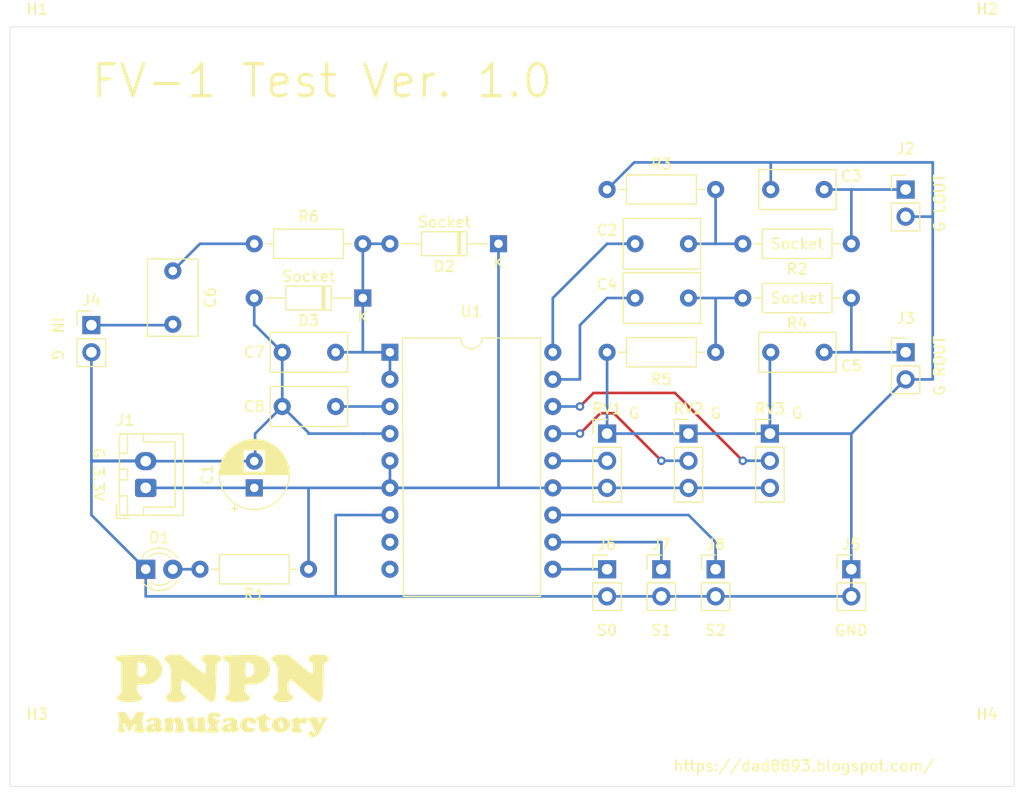
<source format=kicad_pcb>
(kicad_pcb (version 20171130) (host pcbnew "(5.1.10)-1")

  (general
    (thickness 1.6)
    (drawings 37)
    (tracks 103)
    (zones 0)
    (modules 34)
    (nets 20)
  )

  (page A4)
  (title_block
    (title "FV-1 Test Board")
    (date 2021-08-02)
    (rev "Ver. 1.0")
    (company "PNPN Manufactory")
  )

  (layers
    (0 F.Cu signal)
    (31 B.Cu signal)
    (32 B.Adhes user)
    (33 F.Adhes user)
    (34 B.Paste user)
    (35 F.Paste user)
    (36 B.SilkS user)
    (37 F.SilkS user)
    (38 B.Mask user)
    (39 F.Mask user)
    (40 Dwgs.User user)
    (41 Cmts.User user)
    (42 Eco1.User user)
    (43 Eco2.User user)
    (44 Edge.Cuts user)
    (45 Margin user)
    (46 B.CrtYd user)
    (47 F.CrtYd user)
    (48 B.Fab user)
    (49 F.Fab user hide)
  )

  (setup
    (last_trace_width 0.25)
    (trace_clearance 0.2)
    (zone_clearance 0.508)
    (zone_45_only no)
    (trace_min 0.2)
    (via_size 0.8)
    (via_drill 0.4)
    (via_min_size 0.4)
    (via_min_drill 0.3)
    (uvia_size 0.3)
    (uvia_drill 0.1)
    (uvias_allowed no)
    (uvia_min_size 0.2)
    (uvia_min_drill 0.1)
    (edge_width 0.05)
    (segment_width 0.2)
    (pcb_text_width 0.3)
    (pcb_text_size 1.5 1.5)
    (mod_edge_width 0.12)
    (mod_text_size 1 1)
    (mod_text_width 0.15)
    (pad_size 1.524 1.524)
    (pad_drill 0.762)
    (pad_to_mask_clearance 0)
    (aux_axis_origin 0 0)
    (visible_elements 7FFFFFFF)
    (pcbplotparams
      (layerselection 0x010fc_ffffffff)
      (usegerberextensions false)
      (usegerberattributes true)
      (usegerberadvancedattributes true)
      (creategerberjobfile true)
      (excludeedgelayer true)
      (linewidth 0.100000)
      (plotframeref false)
      (viasonmask false)
      (mode 1)
      (useauxorigin false)
      (hpglpennumber 1)
      (hpglpenspeed 20)
      (hpglpendiameter 15.000000)
      (psnegative false)
      (psa4output false)
      (plotreference true)
      (plotvalue true)
      (plotinvisibletext false)
      (padsonsilk false)
      (subtractmaskfromsilk false)
      (outputformat 1)
      (mirror false)
      (drillshape 1)
      (scaleselection 1)
      (outputdirectory ""))
  )

  (net 0 "")
  (net 1 GND)
  (net 2 +3V3)
  (net 3 "Net-(C2-Pad2)")
  (net 4 "Net-(C2-Pad1)")
  (net 5 "Net-(C4-Pad2)")
  (net 6 "Net-(C4-Pad1)")
  (net 7 "Net-(C6-Pad2)")
  (net 8 "Net-(C6-Pad1)")
  (net 9 "Net-(C7-Pad1)")
  (net 10 "Net-(C8-Pad1)")
  (net 11 "Net-(D1-Pad2)")
  (net 12 "Net-(J6-Pad1)")
  (net 13 "Net-(J7-Pad1)")
  (net 14 "Net-(J8-Pad1)")
  (net 15 "Net-(RV1-Pad2)")
  (net 16 "Net-(RV2-Pad2)")
  (net 17 "Net-(RV3-Pad2)")
  (net 18 "Net-(C3-Pad1)")
  (net 19 "Net-(C5-Pad1)")

  (net_class Default "This is the default net class."
    (clearance 0.2)
    (trace_width 0.25)
    (via_dia 0.8)
    (via_drill 0.4)
    (uvia_dia 0.3)
    (uvia_drill 0.1)
    (add_net +3V3)
    (add_net GND)
    (add_net "Net-(C2-Pad1)")
    (add_net "Net-(C2-Pad2)")
    (add_net "Net-(C3-Pad1)")
    (add_net "Net-(C4-Pad1)")
    (add_net "Net-(C4-Pad2)")
    (add_net "Net-(C5-Pad1)")
    (add_net "Net-(C6-Pad1)")
    (add_net "Net-(C6-Pad2)")
    (add_net "Net-(C7-Pad1)")
    (add_net "Net-(C8-Pad1)")
    (add_net "Net-(D1-Pad2)")
    (add_net "Net-(J6-Pad1)")
    (add_net "Net-(J7-Pad1)")
    (add_net "Net-(J8-Pad1)")
    (add_net "Net-(RV1-Pad2)")
    (add_net "Net-(RV2-Pad2)")
    (add_net "Net-(RV3-Pad2)")
  )

  (module myfootprint:Silk_PNPN_Manufactory_400dpi (layer F.Cu) (tedit 5EAFF255) (tstamp 611BB948)
    (at 116.332 125.73)
    (fp_text reference G*** (at -7.62 -5.08) (layer F.Fab) hide
      (effects (font (size 1.524 1.524) (thickness 0.3)))
    )
    (fp_text value LOGO (at -1.27 -5.08) (layer F.Fab) hide
      (effects (font (size 1.524 1.524) (thickness 0.3)))
    )
    (fp_poly (pts (xy 9.833998 2.440959) (xy 9.909565 2.519099) (xy 9.867354 2.638815) (xy 9.784446 2.726535)
      (xy 9.650112 2.894872) (xy 9.511512 3.154107) (xy 9.425853 3.361614) (xy 9.244654 3.755586)
      (xy 9.034777 4.046865) (xy 8.80384 4.229192) (xy 8.559461 4.296308) (xy 8.338526 4.254766)
      (xy 8.19622 4.154042) (xy 8.130695 4.069037) (xy 8.098435 3.952622) (xy 8.159436 3.843536)
      (xy 8.190044 3.811455) (xy 8.325567 3.703665) (xy 8.429552 3.707516) (xy 8.536058 3.825901)
      (xy 8.546589 3.84175) (xy 8.652416 3.967648) (xy 8.730107 3.993291) (xy 8.762828 3.913862)
      (xy 8.763 3.903664) (xy 8.732734 3.788322) (xy 8.653431 3.59837) (xy 8.542328 3.367532)
      (xy 8.416665 3.129534) (xy 8.293681 2.918099) (xy 8.190615 2.766952) (xy 8.16881 2.741257)
      (xy 8.079516 2.635406) (xy 8.074634 2.573351) (xy 8.151548 2.506397) (xy 8.156011 2.503132)
      (xy 8.296544 2.450226) (xy 8.507866 2.420625) (xy 8.736546 2.416437) (xy 8.92915 2.439767)
      (xy 9.00792 2.469544) (xy 9.06379 2.570394) (xy 9.055247 2.646528) (xy 9.05481 2.778419)
      (xy 9.113084 2.898251) (xy 9.201388 2.964234) (xy 9.267069 2.955179) (xy 9.317359 2.851769)
      (xy 9.306957 2.698845) (xy 9.300882 2.540427) (xy 9.370362 2.451739) (xy 9.535053 2.416137)
      (xy 9.644493 2.413) (xy 9.833998 2.440959)) (layer F.SilkS) (width 0.01))
    (fp_poly (pts (xy -7.49719 1.914707) (xy -7.354448 1.938568) (xy -7.339444 1.943543) (xy -7.253429 2.032459)
      (xy -7.252228 2.166966) (xy -7.318375 2.276522) (xy -7.364344 2.389623) (xy -7.389795 2.590995)
      (xy -7.395996 2.843791) (xy -7.384217 3.111164) (xy -7.355725 3.356268) (xy -7.311788 3.542255)
      (xy -7.272207 3.61789) (xy -7.201987 3.71063) (xy -7.227995 3.766658) (xy -7.293058 3.804946)
      (xy -7.441415 3.848993) (xy -7.648271 3.869976) (xy -7.868896 3.86845) (xy -8.058561 3.844972)
      (xy -8.172535 3.800096) (xy -8.178475 3.793944) (xy -8.204808 3.687888) (xy -8.1545 3.591308)
      (xy -8.095826 3.463038) (xy -8.067176 3.306454) (xy -8.069377 3.162717) (xy -8.103259 3.072989)
      (xy -8.143876 3.063508) (xy -8.211344 3.130914) (xy -8.307459 3.280219) (xy -8.396781 3.4498)
      (xy -8.496588 3.637103) (xy -8.584284 3.767357) (xy -8.635499 3.81) (xy -8.693427 3.757085)
      (xy -8.78542 3.617613) (xy -8.892659 3.42049) (xy -8.904222 3.39725) (xy -9.009856 3.195963)
      (xy -9.099119 3.049026) (xy -9.154348 2.98521) (xy -9.15763 2.9845) (xy -9.198475 3.038664)
      (xy -9.212564 3.171052) (xy -9.203244 3.336508) (xy -9.173863 3.489877) (xy -9.12777 3.586001)
      (xy -9.11225 3.596536) (xy -9.026301 3.677496) (xy -9.041715 3.778892) (xy -9.117444 3.834956)
      (xy -9.286667 3.871139) (xy -9.479322 3.873424) (xy -9.648758 3.845839) (xy -9.748323 3.79241)
      (xy -9.755411 3.779881) (xy -9.743832 3.665234) (xy -9.689918 3.584846) (xy -9.633235 3.461511)
      (xy -9.597001 3.250419) (xy -9.581144 2.989142) (xy -9.585593 2.715253) (xy -9.610278 2.466325)
      (xy -9.655126 2.279932) (xy -9.692514 2.212816) (xy -9.76074 2.08364) (xy -9.714332 1.986171)
      (xy -9.563383 1.928181) (xy -9.317983 1.917441) (xy -9.309591 1.917911) (xy -9.137978 1.932257)
      (xy -9.024013 1.967244) (xy -8.932783 2.048018) (xy -8.829377 2.19973) (xy -8.759869 2.313902)
      (xy -8.637094 2.505636) (xy -8.532461 2.648566) (xy -8.468246 2.712315) (xy -8.467502 2.712582)
      (xy -8.40568 2.67333) (xy -8.323107 2.549247) (xy -8.283658 2.469642) (xy -8.143648 2.193059)
      (xy -8.011642 2.020082) (xy -7.866416 1.930726) (xy -7.686749 1.905003) (xy -7.684085 1.905)
      (xy -7.49719 1.914707)) (layer F.SilkS) (width 0.01))
    (fp_poly (pts (xy -5.981703 2.470889) (xy -5.79616 2.560174) (xy -5.692042 2.730015) (xy -5.653006 2.997421)
      (xy -5.6515 3.083629) (xy -5.639006 3.307053) (xy -5.59586 3.436433) (xy -5.540375 3.489164)
      (xy -5.477139 3.540937) (xy -5.491829 3.600853) (xy -5.59462 3.70312) (xy -5.607416 3.714569)
      (xy -5.805731 3.839394) (xy -5.996161 3.868529) (xy -6.145078 3.799022) (xy -6.235489 3.756327)
      (xy -6.372784 3.794419) (xy -6.383016 3.799022) (xy -6.652556 3.869057) (xy -6.886292 3.817283)
      (xy -7.019637 3.717636) (xy -7.139389 3.578755) (xy -7.162236 3.468034) (xy -7.138446 3.425809)
      (xy -6.527206 3.425809) (xy -6.462438 3.528212) (xy -6.383743 3.556) (xy -6.305073 3.501012)
      (xy -6.2865 3.39725) (xy -6.325357 3.274894) (xy -6.412843 3.235458) (xy -6.505335 3.296888)
      (xy -6.51063 3.30504) (xy -6.527206 3.425809) (xy -7.138446 3.425809) (xy -7.089312 3.338604)
      (xy -7.03053 3.267544) (xy -6.871735 3.139493) (xy -6.649757 3.073712) (xy -6.58603 3.065244)
      (xy -6.403128 3.036928) (xy -6.314494 2.992754) (xy -6.287474 2.912417) (xy -6.2865 2.878998)
      (xy -6.324079 2.734096) (xy -6.42508 2.689451) (xy -6.571904 2.747523) (xy -6.6675 2.82575)
      (xy -6.82773 2.939641) (xy -6.956394 2.960445) (xy -7.030826 2.891026) (xy -7.037079 2.779003)
      (xy -6.95496 2.631292) (xy -6.767185 2.521853) (xy -6.491343 2.458289) (xy -6.265015 2.445152)
      (xy -5.981703 2.470889)) (layer F.SilkS) (width 0.01))
    (fp_poly (pts (xy -3.872956 2.469074) (xy -3.715939 2.627138) (xy -3.631158 2.871952) (xy -3.6195 3.026853)
      (xy -3.597234 3.261917) (xy -3.542226 3.487491) (xy -3.527661 3.52588) (xy -3.4733 3.673702)
      (xy -3.478245 3.751827) (xy -3.54685 3.805057) (xy -3.555237 3.809591) (xy -3.706332 3.852385)
      (xy -3.916113 3.870238) (xy -4.12806 3.862585) (xy -4.285654 3.828865) (xy -4.308682 3.817103)
      (xy -4.361664 3.744661) (xy -4.324557 3.63175) (xy -4.272732 3.463512) (xy -4.255541 3.251718)
      (xy -4.271557 3.045506) (xy -4.319352 2.894011) (xy -4.346969 2.859808) (xy -4.457994 2.806156)
      (xy -4.529648 2.865249) (xy -4.56357 3.040362) (xy -4.5635 3.293193) (xy -4.560672 3.521044)
      (xy -4.57216 3.702781) (xy -4.593625 3.794125) (xy -4.684515 3.841656) (xy -4.853038 3.867129)
      (xy -5.051571 3.86946) (xy -5.232489 3.847566) (xy -5.334 3.810965) (xy -5.395047 3.743813)
      (xy -5.363845 3.645564) (xy -5.349875 3.622299) (xy -5.294041 3.462694) (xy -5.271438 3.250673)
      (xy -5.281103 3.034168) (xy -5.322072 2.861109) (xy -5.366534 2.79335) (xy -5.423096 2.695483)
      (xy -5.355943 2.602392) (xy -5.168349 2.517281) (xy -5.049961 2.483554) (xy -4.829961 2.432333)
      (xy -4.705286 2.42034) (xy -4.649354 2.451197) (xy -4.635583 2.528522) (xy -4.6355 2.54)
      (xy -4.612994 2.643245) (xy -4.581842 2.667) (xy -4.50346 2.62454) (xy -4.41325 2.54)
      (xy -4.244035 2.436969) (xy -4.090518 2.413) (xy -3.872956 2.469074)) (layer F.SilkS) (width 0.01))
    (fp_poly (pts (xy -0.489827 1.988413) (xy -0.281993 2.055426) (xy -0.160155 2.173725) (xy -0.138985 2.305888)
      (xy -0.207299 2.425694) (xy -0.346861 2.464671) (xy -0.527365 2.418256) (xy -0.602756 2.375734)
      (xy -0.752952 2.308036) (xy -0.833653 2.332252) (xy -0.834714 2.406174) (xy -0.749371 2.501966)
      (xy -0.609555 2.595392) (xy -0.447196 2.662214) (xy -0.380169 2.676487) (xy -0.250932 2.735128)
      (xy -0.194883 2.836384) (xy -0.218808 2.937432) (xy -0.329496 2.995449) (xy -0.329603 2.995464)
      (xy -0.431783 3.032974) (xy -0.466975 3.131819) (xy -0.466837 3.223089) (xy -0.400047 3.44725)
      (xy -0.308087 3.556421) (xy -0.209106 3.648567) (xy -0.202712 3.707155) (xy -0.282012 3.778207)
      (xy -0.429231 3.836796) (xy -0.652112 3.868119) (xy -0.902183 3.871741) (xy -1.130973 3.847222)
      (xy -1.29001 3.794125) (xy -1.299982 3.787395) (xy -1.408044 3.734338) (xy -1.525211 3.75926)
      (xy -1.581994 3.787003) (xy -1.772288 3.853186) (xy -1.967775 3.871203) (xy -2.125763 3.841817)
      (xy -2.200412 3.775971) (xy -2.239764 3.713827) (xy -2.309679 3.728659) (xy -2.386685 3.775971)
      (xy -2.607989 3.860996) (xy -2.839333 3.855572) (xy -3.031562 3.76189) (xy -3.048 3.7465)
      (xy -3.126152 3.633714) (xy -3.165157 3.471191) (xy -3.175 3.243035) (xy -3.192613 2.969238)
      (xy -3.247738 2.801617) (xy -3.276418 2.765153) (xy -3.345976 2.642032) (xy -3.299711 2.539019)
      (xy -3.148086 2.462764) (xy -2.901561 2.41992) (xy -2.722563 2.413) (xy -2.54 2.413)
      (xy -2.54 2.913224) (xy -2.525201 3.233992) (xy -2.481666 3.439647) (xy -2.410686 3.527181)
      (xy -2.313557 3.493583) (xy -2.29719 3.478289) (xy -2.242818 3.353769) (xy -2.223881 3.160777)
      (xy -2.23881 2.952328) (xy -2.286037 2.781442) (xy -2.319352 2.728729) (xy -2.382886 2.63737)
      (xy -2.350299 2.568631) (xy -2.317246 2.539581) (xy -2.197747 2.485261) (xy -2.007138 2.440865)
      (xy -1.902894 2.427147) (xy -1.5875 2.396841) (xy -1.5875 2.936895) (xy -1.576385 3.263063)
      (xy -1.539469 3.474505) (xy -1.471394 3.581839) (xy -1.366805 3.595684) (xy -1.27406 3.558172)
      (xy -1.182153 3.457436) (xy -1.136556 3.306867) (xy -1.137572 3.149348) (xy -1.185505 3.027764)
      (xy -1.27 2.9845) (xy -1.376129 2.939598) (xy -1.397 2.8575) (xy -1.370098 2.754319)
      (xy -1.33275 2.7305) (xy -1.29774 2.674187) (xy -1.302056 2.523363) (xy -1.306715 2.491513)
      (xy -1.300311 2.271185) (xy -1.19492 2.116029) (xy -0.983637 2.019579) (xy -0.763677 1.98301)
      (xy -0.489827 1.988413)) (layer F.SilkS) (width 0.01))
    (fp_poly (pts (xy 1.130297 2.470889) (xy 1.31584 2.560174) (xy 1.419958 2.730015) (xy 1.458994 2.997421)
      (xy 1.4605 3.083629) (xy 1.472994 3.307053) (xy 1.51614 3.436433) (xy 1.571625 3.489164)
      (xy 1.634861 3.540937) (xy 1.620171 3.600853) (xy 1.51738 3.70312) (xy 1.504584 3.714569)
      (xy 1.306269 3.839394) (xy 1.115839 3.868529) (xy 0.966922 3.799022) (xy 0.876511 3.756327)
      (xy 0.739216 3.794419) (xy 0.728984 3.799022) (xy 0.459444 3.869057) (xy 0.225708 3.817283)
      (xy 0.092363 3.717636) (xy -0.027389 3.578755) (xy -0.050236 3.468034) (xy -0.026446 3.425809)
      (xy 0.584794 3.425809) (xy 0.649562 3.528212) (xy 0.728257 3.556) (xy 0.806927 3.501012)
      (xy 0.8255 3.39725) (xy 0.786643 3.274894) (xy 0.699157 3.235458) (xy 0.606665 3.296888)
      (xy 0.60137 3.30504) (xy 0.584794 3.425809) (xy -0.026446 3.425809) (xy 0.022688 3.338604)
      (xy 0.08147 3.267544) (xy 0.240265 3.139493) (xy 0.462243 3.073712) (xy 0.52597 3.065244)
      (xy 0.708872 3.036928) (xy 0.797506 2.992754) (xy 0.824526 2.912417) (xy 0.8255 2.878998)
      (xy 0.787921 2.734096) (xy 0.68692 2.689451) (xy 0.540096 2.747523) (xy 0.4445 2.82575)
      (xy 0.28427 2.939641) (xy 0.155606 2.960445) (xy 0.081174 2.891026) (xy 0.074921 2.779003)
      (xy 0.15704 2.631292) (xy 0.344815 2.521853) (xy 0.620657 2.458289) (xy 0.846985 2.445152)
      (xy 1.130297 2.470889)) (layer F.SilkS) (width 0.01))
    (fp_poly (pts (xy 2.744617 2.436712) (xy 2.988103 2.509149) (xy 3.155427 2.635293) (xy 3.205767 2.727405)
      (xy 3.213184 2.900265) (xy 3.137679 3.029933) (xy 3.012907 3.101073) (xy 2.872522 3.09835)
      (xy 2.750179 3.006428) (xy 2.717621 2.949842) (xy 2.616689 2.823974) (xy 2.512607 2.806967)
      (xy 2.399519 2.87581) (xy 2.35987 3.01658) (xy 2.398731 3.19418) (xy 2.444449 3.278702)
      (xy 2.527487 3.377589) (xy 2.633948 3.419204) (xy 2.811354 3.420084) (xy 2.844454 3.417906)
      (xy 3.060492 3.428205) (xy 3.165514 3.488758) (xy 3.154731 3.587392) (xy 3.023353 3.711931)
      (xy 2.972953 3.744563) (xy 2.700489 3.846746) (xy 2.395333 3.862954) (xy 2.114612 3.791298)
      (xy 2.080423 3.774097) (xy 1.863268 3.592725) (xy 1.745128 3.35557) (xy 1.730107 3.091237)
      (xy 1.82231 2.82833) (xy 1.924813 2.689643) (xy 2.085943 2.539259) (xy 2.250174 2.462312)
      (xy 2.454047 2.429506) (xy 2.744617 2.436712)) (layer F.SilkS) (width 0.01))
    (fp_poly (pts (xy 4.156692 2.132474) (xy 4.191 2.250226) (xy 4.213665 2.361221) (xy 4.306189 2.411787)
      (xy 4.397375 2.424851) (xy 4.546848 2.459705) (xy 4.601396 2.538611) (xy 4.60375 2.57175)
      (xy 4.571125 2.6663) (xy 4.453039 2.711534) (xy 4.394332 2.718875) (xy 4.184915 2.739)
      (xy 4.203832 3.099875) (xy 4.217998 3.303722) (xy 4.244551 3.411357) (xy 4.300807 3.453468)
      (xy 4.40408 3.460748) (xy 4.407431 3.46075) (xy 4.566036 3.488232) (xy 4.611217 3.561293)
      (xy 4.541667 3.665853) (xy 4.433783 3.744363) (xy 4.158956 3.856436) (xy 3.900398 3.857014)
      (xy 3.679983 3.746842) (xy 3.648363 3.717636) (xy 3.561079 3.611736) (xy 3.513701 3.488283)
      (xy 3.494851 3.305554) (xy 3.4925 3.146136) (xy 3.488595 2.921819) (xy 3.471182 2.796427)
      (xy 3.431712 2.741985) (xy 3.3655 2.7305) (xy 3.251832 2.699907) (xy 3.238709 2.618405)
      (xy 3.31837 2.501411) (xy 3.483054 2.36434) (xy 3.581798 2.300835) (xy 3.856732 2.155095)
      (xy 4.046821 2.099103) (xy 4.156692 2.132474)) (layer F.SilkS) (width 0.01))
    (fp_poly (pts (xy 5.812663 2.435455) (xy 6.074716 2.543355) (xy 6.275012 2.729027) (xy 6.392099 2.980841)
      (xy 6.4135 3.163283) (xy 6.35577 3.400381) (xy 6.200555 3.600658) (xy 5.974815 3.752633)
      (xy 5.705511 3.844827) (xy 5.419603 3.865759) (xy 5.144052 3.803948) (xy 5.036427 3.74966)
      (xy 4.820875 3.569335) (xy 4.71999 3.350207) (xy 4.718235 3.097417) (xy 4.77369 2.921979)
      (xy 5.399074 2.921979) (xy 5.401071 3.101024) (xy 5.435932 3.281999) (xy 5.497094 3.415933)
      (xy 5.598879 3.51585) (xy 5.672704 3.495376) (xy 5.711168 3.359446) (xy 5.715 3.270636)
      (xy 5.691228 3.033746) (xy 5.628404 2.847367) (xy 5.539258 2.742665) (xy 5.494321 2.7305)
      (xy 5.430103 2.78507) (xy 5.399074 2.921979) (xy 4.77369 2.921979) (xy 4.807632 2.814602)
      (xy 4.995405 2.606617) (xy 5.189085 2.499485) (xy 5.510302 2.416956) (xy 5.812663 2.435455)) (layer F.SilkS) (width 0.01))
    (fp_poly (pts (xy 7.291355 2.4917) (xy 7.3025 2.551068) (xy 7.3025 2.689137) (xy 7.449467 2.551068)
      (xy 7.638559 2.433033) (xy 7.815598 2.435226) (xy 7.964863 2.556953) (xy 7.976793 2.574351)
      (xy 8.045419 2.722779) (xy 8.024482 2.861423) (xy 8.012167 2.890099) (xy 7.890824 3.033081)
      (xy 7.721947 3.093756) (xy 7.552111 3.059951) (xy 7.501163 3.023637) (xy 7.39525 2.957117)
      (xy 7.332001 2.996828) (xy 7.304783 3.150221) (xy 7.3025 3.246849) (xy 7.326858 3.43754)
      (xy 7.409556 3.544204) (xy 7.4295 3.556) (xy 7.536949 3.656352) (xy 7.541939 3.763678)
      (xy 7.456056 3.834956) (xy 7.295144 3.867975) (xy 7.08026 3.877165) (xy 6.855153 3.865109)
      (xy 6.66357 3.834395) (xy 6.549259 3.787607) (xy 6.542763 3.780977) (xy 6.501484 3.686028)
      (xy 6.549956 3.569306) (xy 6.566738 3.544598) (xy 6.640948 3.369633) (xy 6.666176 3.159786)
      (xy 6.642709 2.964473) (xy 6.570836 2.833109) (xy 6.562548 2.826508) (xy 6.495553 2.727755)
      (xy 6.553734 2.623418) (xy 6.735524 2.515967) (xy 6.768462 2.50177) (xy 7.01901 2.422419)
      (xy 7.197576 2.419456) (xy 7.291355 2.4917)) (layer F.SilkS) (width 0.01))
    (fp_poly (pts (xy -7.13393 -3.411129) (xy -6.920417 -3.40023) (xy -6.753589 -3.380246) (xy -6.613402 -3.350422)
      (xy -6.550499 -3.332634) (xy -6.175162 -3.162296) (xy -5.886664 -2.917231) (xy -5.687066 -2.617256)
      (xy -5.578427 -2.282189) (xy -5.562809 -1.931849) (xy -5.642269 -1.586053) (xy -5.81887 -1.264618)
      (xy -6.094669 -0.987364) (xy -6.293345 -0.858715) (xy -6.475863 -0.767367) (xy -6.646138 -0.708543)
      (xy -6.844917 -0.673222) (xy -7.112946 -0.652382) (xy -7.254875 -0.645822) (xy -7.874 -0.620229)
      (xy -7.874 -0.283558) (xy -7.864736 -0.019932) (xy -7.827533 0.151395) (xy -7.748282 0.264367)
      (xy -7.612868 0.352929) (xy -7.608438 0.355229) (xy -7.465936 0.481495) (xy -7.434779 0.634984)
      (xy -7.512576 0.786401) (xy -7.65175 0.886404) (xy -7.829733 0.938626) (xy -8.097674 0.97596)
      (xy -8.419317 0.997636) (xy -8.758408 1.002879) (xy -9.07869 0.990918) (xy -9.343909 0.960979)
      (xy -9.486903 0.925519) (xy -9.720272 0.812518) (xy -9.82791 0.689599) (xy -9.810989 0.551725)
      (xy -9.670686 0.393859) (xy -9.62025 0.353555) (xy -9.398 0.184036) (xy -9.398 -1.749109)
      (xy -7.86445 -1.749109) (xy -7.853001 -1.538791) (xy -7.824655 -1.421368) (xy -7.797053 -1.387346)
      (xy -7.605482 -1.33565) (xy -7.395195 -1.396477) (xy -7.234116 -1.519116) (xy -7.116446 -1.660127)
      (xy -7.061784 -1.809579) (xy -7.0485 -2.023575) (xy -7.090958 -2.332055) (xy -7.217096 -2.546914)
      (xy -7.42506 -2.665875) (xy -7.591429 -2.690382) (xy -7.84225 -2.69875) (xy -7.860553 -2.068998)
      (xy -7.86445 -1.749109) (xy -9.398 -1.749109) (xy -9.398 -2.673481) (xy -9.60943 -2.761822)
      (xy -9.838533 -2.891523) (xy -9.943472 -3.038393) (xy -9.938764 -3.171806) (xy -9.91683 -3.226651)
      (xy -9.88005 -3.2696) (xy -9.813435 -3.302658) (xy -9.701997 -3.327827) (xy -9.530748 -3.347111)
      (xy -9.284699 -3.362513) (xy -8.948863 -3.376037) (xy -8.50825 -3.389687) (xy -8.255 -3.396875)
      (xy -7.781179 -3.408697) (xy -7.41417 -3.4137) (xy -7.13393 -3.411129)) (layer F.SilkS) (width 0.01))
    (fp_poly (pts (xy -4.114039 -3.422432) (xy -3.892016 -3.403639) (xy -3.755633 -3.370352) (xy -3.753313 -3.369147)
      (xy -3.672181 -3.310926) (xy -3.511281 -3.183544) (xy -3.2872 -3.000569) (xy -3.016528 -2.77557)
      (xy -2.715852 -2.522116) (xy -2.664108 -2.478163) (xy -2.362348 -2.226362) (xy -2.088689 -2.007062)
      (xy -1.859229 -1.832438) (xy -1.690067 -1.714664) (xy -1.597302 -1.665915) (xy -1.589496 -1.665487)
      (xy -1.525097 -1.721484) (xy -1.486615 -1.872056) (xy -1.472624 -2.029201) (xy -1.468116 -2.327991)
      (xy -1.50139 -2.531292) (xy -1.581941 -2.667426) (xy -1.719177 -2.764669) (xy -1.853016 -2.855605)
      (xy -1.896369 -2.969296) (xy -1.892882 -3.066001) (xy -1.855906 -3.214742) (xy -1.767227 -3.318091)
      (xy -1.609477 -3.382227) (xy -1.365284 -3.413328) (xy -1.017277 -3.417573) (xy -0.911372 -3.415144)
      (xy -0.600238 -3.40236) (xy -0.388764 -3.381311) (xy -0.249658 -3.347126) (xy -0.155624 -3.294932)
      (xy -0.133497 -3.276284) (xy -0.034225 -3.148128) (xy 0 -3.040662) (xy -0.008931 -2.964801)
      (xy -0.051435 -2.894629) (xy -0.151078 -2.802837) (xy -0.3175 -2.672742) (xy -0.47625 -2.551528)
      (xy -0.509318 -0.974139) (xy -0.522579 -0.423686) (xy -0.538562 0.013066) (xy -0.560041 0.349418)
      (xy -0.589788 0.598669) (xy -0.630577 0.774118) (xy -0.68518 0.889066) (xy -0.756372 0.956811)
      (xy -0.846926 0.990653) (xy -0.921192 1.001106) (xy -0.99351 0.996977) (xy -1.080678 0.965963)
      (xy -1.195684 0.89854) (xy -1.351519 0.785184) (xy -1.56117 0.61637) (xy -1.837627 0.382573)
      (xy -2.193878 0.074271) (xy -2.239981 0.034106) (xy -2.564726 -0.247392) (xy -2.862625 -0.502662)
      (xy -3.118745 -0.719147) (xy -3.318157 -0.884288) (xy -3.445929 -0.985528) (xy -3.481652 -1.010195)
      (xy -3.617791 -1.042537) (xy -3.71385 -0.966897) (xy -3.774197 -0.777359) (xy -3.796854 -0.583276)
      (xy -3.795932 -0.25944) (xy -3.748074 0.010203) (xy -3.660054 0.201575) (xy -3.55201 0.287016)
      (xy -3.423321 0.372835) (xy -3.358955 0.45673) (xy -3.325558 0.576129) (xy -3.376671 0.701937)
      (xy -3.412372 0.752543) (xy -3.548014 0.884464) (xy -3.688725 0.960533) (xy -3.837515 0.98239)
      (xy -4.068489 0.995743) (xy -4.33709 1.000187) (xy -4.598759 0.995313) (xy -4.808939 0.980714)
      (xy -4.87236 0.971351) (xy -5.000725 0.90649) (xy -5.137802 0.783699) (xy -5.240975 0.64704)
      (xy -5.2705 0.559699) (xy -5.227255 0.486385) (xy -5.117071 0.364443) (xy -5.038101 0.288619)
      (xy -4.805702 0.075713) (xy -4.775933 -0.748696) (xy -4.767967 -1.108526) (xy -4.768635 -1.468439)
      (xy -4.777371 -1.785248) (xy -4.792401 -2.004858) (xy -4.824114 -2.244591) (xy -4.871191 -2.406494)
      (xy -4.9563 -2.539524) (xy -5.102112 -2.69264) (xy -5.118069 -2.708186) (xy -5.265011 -2.856759)
      (xy -5.366226 -2.970111) (xy -5.3975 -3.018056) (xy -5.342101 -3.161353) (xy -5.201475 -3.29376)
      (xy -5.071865 -3.358821) (xy -4.900614 -3.394925) (xy -4.657671 -3.417767) (xy -4.382368 -3.427038)
      (xy -4.114039 -3.422432)) (layer F.SilkS) (width 0.01))
    (fp_poly (pts (xy 2.96257 -3.411129) (xy 3.176083 -3.40023) (xy 3.342911 -3.380246) (xy 3.483098 -3.350422)
      (xy 3.546001 -3.332634) (xy 3.921338 -3.162296) (xy 4.209836 -2.917231) (xy 4.409434 -2.617256)
      (xy 4.518073 -2.282189) (xy 4.533691 -1.931849) (xy 4.454231 -1.586053) (xy 4.27763 -1.264618)
      (xy 4.001831 -0.987364) (xy 3.803155 -0.858715) (xy 3.620637 -0.767367) (xy 3.450362 -0.708543)
      (xy 3.251583 -0.673222) (xy 2.983554 -0.652382) (xy 2.841625 -0.645822) (xy 2.2225 -0.620229)
      (xy 2.2225 -0.283558) (xy 2.231764 -0.019932) (xy 2.268967 0.151395) (xy 2.348218 0.264367)
      (xy 2.483632 0.352929) (xy 2.488062 0.355229) (xy 2.630564 0.481495) (xy 2.661721 0.634984)
      (xy 2.583924 0.786401) (xy 2.44475 0.886404) (xy 2.266767 0.938626) (xy 1.998826 0.97596)
      (xy 1.677183 0.997636) (xy 1.338092 1.002879) (xy 1.01781 0.990918) (xy 0.752591 0.960979)
      (xy 0.609597 0.925519) (xy 0.376228 0.812518) (xy 0.26859 0.689599) (xy 0.285511 0.551725)
      (xy 0.425814 0.393859) (xy 0.47625 0.353555) (xy 0.6985 0.184036) (xy 0.6985 -1.749109)
      (xy 2.23205 -1.749109) (xy 2.243499 -1.538791) (xy 2.271845 -1.421368) (xy 2.299447 -1.387346)
      (xy 2.491018 -1.33565) (xy 2.701305 -1.396477) (xy 2.862384 -1.519116) (xy 2.980054 -1.660127)
      (xy 3.034716 -1.809579) (xy 3.048 -2.023575) (xy 3.005542 -2.332055) (xy 2.879404 -2.546914)
      (xy 2.67144 -2.665875) (xy 2.505071 -2.690382) (xy 2.25425 -2.69875) (xy 2.235947 -2.068998)
      (xy 2.23205 -1.749109) (xy 0.6985 -1.749109) (xy 0.6985 -2.673481) (xy 0.48707 -2.761822)
      (xy 0.257967 -2.891523) (xy 0.153028 -3.038393) (xy 0.157736 -3.171806) (xy 0.17967 -3.226651)
      (xy 0.21645 -3.2696) (xy 0.283065 -3.302658) (xy 0.394503 -3.327827) (xy 0.565752 -3.347111)
      (xy 0.811801 -3.362513) (xy 1.147637 -3.376037) (xy 1.58825 -3.389687) (xy 1.8415 -3.396875)
      (xy 2.315321 -3.408697) (xy 2.68233 -3.4137) (xy 2.96257 -3.411129)) (layer F.SilkS) (width 0.01))
    (fp_poly (pts (xy 5.918961 -3.422432) (xy 6.140984 -3.403639) (xy 6.277367 -3.370352) (xy 6.279687 -3.369147)
      (xy 6.360819 -3.310926) (xy 6.521719 -3.183544) (xy 6.7458 -3.000569) (xy 7.016472 -2.77557)
      (xy 7.317148 -2.522116) (xy 7.368892 -2.478163) (xy 7.670652 -2.226362) (xy 7.944311 -2.007062)
      (xy 8.173771 -1.832438) (xy 8.342933 -1.714664) (xy 8.435698 -1.665915) (xy 8.443504 -1.665487)
      (xy 8.507903 -1.721484) (xy 8.546385 -1.872056) (xy 8.560376 -2.029201) (xy 8.564884 -2.327991)
      (xy 8.53161 -2.531292) (xy 8.451059 -2.667426) (xy 8.313823 -2.764669) (xy 8.179984 -2.855605)
      (xy 8.136631 -2.969296) (xy 8.140118 -3.066001) (xy 8.177094 -3.214742) (xy 8.265773 -3.318091)
      (xy 8.423523 -3.382227) (xy 8.667716 -3.413328) (xy 9.015723 -3.417573) (xy 9.121628 -3.415144)
      (xy 9.432762 -3.40236) (xy 9.644236 -3.381311) (xy 9.783342 -3.347126) (xy 9.877376 -3.294932)
      (xy 9.899503 -3.276284) (xy 9.998775 -3.148128) (xy 10.033 -3.040662) (xy 10.024069 -2.964801)
      (xy 9.981565 -2.894629) (xy 9.881922 -2.802837) (xy 9.7155 -2.672742) (xy 9.55675 -2.551528)
      (xy 9.523682 -0.974139) (xy 9.510421 -0.423686) (xy 9.494438 0.013066) (xy 9.472959 0.349418)
      (xy 9.443212 0.598669) (xy 9.402423 0.774118) (xy 9.34782 0.889066) (xy 9.276628 0.956811)
      (xy 9.186074 0.990653) (xy 9.111808 1.001106) (xy 9.03949 0.996977) (xy 8.952322 0.965963)
      (xy 8.837316 0.89854) (xy 8.681481 0.785184) (xy 8.47183 0.61637) (xy 8.195373 0.382573)
      (xy 7.839122 0.074271) (xy 7.793019 0.034106) (xy 7.468274 -0.247392) (xy 7.170375 -0.502662)
      (xy 6.914255 -0.719147) (xy 6.714843 -0.884288) (xy 6.587071 -0.985528) (xy 6.551348 -1.010195)
      (xy 6.415209 -1.042537) (xy 6.31915 -0.966897) (xy 6.258803 -0.777359) (xy 6.236146 -0.583276)
      (xy 6.237068 -0.25944) (xy 6.284926 0.010203) (xy 6.372946 0.201575) (xy 6.48099 0.287016)
      (xy 6.609679 0.372835) (xy 6.674045 0.45673) (xy 6.707442 0.576129) (xy 6.656329 0.701937)
      (xy 6.620628 0.752543) (xy 6.484986 0.884464) (xy 6.344275 0.960533) (xy 6.195485 0.98239)
      (xy 5.964511 0.995743) (xy 5.69591 1.000187) (xy 5.434241 0.995313) (xy 5.224061 0.980714)
      (xy 5.16064 0.971351) (xy 5.032275 0.90649) (xy 4.895198 0.783699) (xy 4.792025 0.64704)
      (xy 4.7625 0.559699) (xy 4.805745 0.486385) (xy 4.915929 0.364443) (xy 4.994899 0.288619)
      (xy 5.227298 0.075713) (xy 5.257067 -0.748696) (xy 5.265033 -1.108526) (xy 5.264365 -1.468439)
      (xy 5.255629 -1.785248) (xy 5.240599 -2.004858) (xy 5.208886 -2.244591) (xy 5.161809 -2.406494)
      (xy 5.0767 -2.539524) (xy 4.930888 -2.69264) (xy 4.914931 -2.708186) (xy 4.767989 -2.856759)
      (xy 4.666774 -2.970111) (xy 4.6355 -3.018056) (xy 4.690899 -3.161353) (xy 4.831525 -3.29376)
      (xy 4.961135 -3.358821) (xy 5.132386 -3.394925) (xy 5.375329 -3.417767) (xy 5.650632 -3.427038)
      (xy 5.918961 -3.422432)) (layer F.SilkS) (width 0.01))
  )

  (module Diode_THT:D_DO-35_SOD27_P10.16mm_Horizontal (layer F.Cu) (tedit 5AE50CD5) (tstamp 611BB5F5)
    (at 129.54 88.9 180)
    (descr "Diode, DO-35_SOD27 series, Axial, Horizontal, pin pitch=10.16mm, , length*diameter=4*2mm^2, , http://www.diodes.com/_files/packages/DO-35.pdf")
    (tags "Diode DO-35_SOD27 series Axial Horizontal pin pitch 10.16mm  length 4mm diameter 2mm")
    (path /611C007F)
    (fp_text reference D3 (at 5.08 -2.12) (layer F.SilkS)
      (effects (font (size 1 1) (thickness 0.15)))
    )
    (fp_text value 1S4 (at 5.08 2.12) (layer F.Fab)
      (effects (font (size 1 1) (thickness 0.15)))
    )
    (fp_text user K (at 0 -1.8) (layer F.SilkS)
      (effects (font (size 1 1) (thickness 0.15)))
    )
    (fp_text user K (at 0 -1.8) (layer F.Fab)
      (effects (font (size 1 1) (thickness 0.15)))
    )
    (fp_text user %R (at 5.38 0) (layer F.Fab)
      (effects (font (size 0.8 0.8) (thickness 0.12)))
    )
    (fp_line (start 3.08 -1) (end 3.08 1) (layer F.Fab) (width 0.1))
    (fp_line (start 3.08 1) (end 7.08 1) (layer F.Fab) (width 0.1))
    (fp_line (start 7.08 1) (end 7.08 -1) (layer F.Fab) (width 0.1))
    (fp_line (start 7.08 -1) (end 3.08 -1) (layer F.Fab) (width 0.1))
    (fp_line (start 0 0) (end 3.08 0) (layer F.Fab) (width 0.1))
    (fp_line (start 10.16 0) (end 7.08 0) (layer F.Fab) (width 0.1))
    (fp_line (start 3.68 -1) (end 3.68 1) (layer F.Fab) (width 0.1))
    (fp_line (start 3.78 -1) (end 3.78 1) (layer F.Fab) (width 0.1))
    (fp_line (start 3.58 -1) (end 3.58 1) (layer F.Fab) (width 0.1))
    (fp_line (start 2.96 -1.12) (end 2.96 1.12) (layer F.SilkS) (width 0.12))
    (fp_line (start 2.96 1.12) (end 7.2 1.12) (layer F.SilkS) (width 0.12))
    (fp_line (start 7.2 1.12) (end 7.2 -1.12) (layer F.SilkS) (width 0.12))
    (fp_line (start 7.2 -1.12) (end 2.96 -1.12) (layer F.SilkS) (width 0.12))
    (fp_line (start 1.04 0) (end 2.96 0) (layer F.SilkS) (width 0.12))
    (fp_line (start 9.12 0) (end 7.2 0) (layer F.SilkS) (width 0.12))
    (fp_line (start 3.68 -1.12) (end 3.68 1.12) (layer F.SilkS) (width 0.12))
    (fp_line (start 3.8 -1.12) (end 3.8 1.12) (layer F.SilkS) (width 0.12))
    (fp_line (start 3.56 -1.12) (end 3.56 1.12) (layer F.SilkS) (width 0.12))
    (fp_line (start -1.05 -1.25) (end -1.05 1.25) (layer F.CrtYd) (width 0.05))
    (fp_line (start -1.05 1.25) (end 11.21 1.25) (layer F.CrtYd) (width 0.05))
    (fp_line (start 11.21 1.25) (end 11.21 -1.25) (layer F.CrtYd) (width 0.05))
    (fp_line (start 11.21 -1.25) (end -1.05 -1.25) (layer F.CrtYd) (width 0.05))
    (pad 2 thru_hole oval (at 10.16 0 180) (size 1.6 1.6) (drill 0.8) (layers *.Cu *.Mask)
      (net 1 GND))
    (pad 1 thru_hole rect (at 0 0 180) (size 1.6 1.6) (drill 0.8) (layers *.Cu *.Mask)
      (net 9 "Net-(C7-Pad1)"))
    (model ${KISYS3DMOD}/Diode_THT.3dshapes/D_DO-35_SOD27_P10.16mm_Horizontal.wrl
      (at (xyz 0 0 0))
      (scale (xyz 1 1 1))
      (rotate (xyz 0 0 0))
    )
  )

  (module Diode_THT:D_DO-35_SOD27_P10.16mm_Horizontal (layer F.Cu) (tedit 5AE50CD5) (tstamp 611BB17D)
    (at 142.24 83.82 180)
    (descr "Diode, DO-35_SOD27 series, Axial, Horizontal, pin pitch=10.16mm, , length*diameter=4*2mm^2, , http://www.diodes.com/_files/packages/DO-35.pdf")
    (tags "Diode DO-35_SOD27 series Axial Horizontal pin pitch 10.16mm  length 4mm diameter 2mm")
    (path /611D7F98)
    (fp_text reference D2 (at 5.08 -2.12) (layer F.SilkS)
      (effects (font (size 1 1) (thickness 0.15)))
    )
    (fp_text value 1S4 (at 5.08 2.12) (layer F.Fab)
      (effects (font (size 1 1) (thickness 0.15)))
    )
    (fp_text user K (at 0 -1.8) (layer F.SilkS)
      (effects (font (size 1 1) (thickness 0.15)))
    )
    (fp_text user K (at 0 -1.8) (layer F.Fab)
      (effects (font (size 1 1) (thickness 0.15)))
    )
    (fp_text user %R (at 5.38 0) (layer F.Fab)
      (effects (font (size 0.8 0.8) (thickness 0.12)))
    )
    (fp_line (start 3.08 -1) (end 3.08 1) (layer F.Fab) (width 0.1))
    (fp_line (start 3.08 1) (end 7.08 1) (layer F.Fab) (width 0.1))
    (fp_line (start 7.08 1) (end 7.08 -1) (layer F.Fab) (width 0.1))
    (fp_line (start 7.08 -1) (end 3.08 -1) (layer F.Fab) (width 0.1))
    (fp_line (start 0 0) (end 3.08 0) (layer F.Fab) (width 0.1))
    (fp_line (start 10.16 0) (end 7.08 0) (layer F.Fab) (width 0.1))
    (fp_line (start 3.68 -1) (end 3.68 1) (layer F.Fab) (width 0.1))
    (fp_line (start 3.78 -1) (end 3.78 1) (layer F.Fab) (width 0.1))
    (fp_line (start 3.58 -1) (end 3.58 1) (layer F.Fab) (width 0.1))
    (fp_line (start 2.96 -1.12) (end 2.96 1.12) (layer F.SilkS) (width 0.12))
    (fp_line (start 2.96 1.12) (end 7.2 1.12) (layer F.SilkS) (width 0.12))
    (fp_line (start 7.2 1.12) (end 7.2 -1.12) (layer F.SilkS) (width 0.12))
    (fp_line (start 7.2 -1.12) (end 2.96 -1.12) (layer F.SilkS) (width 0.12))
    (fp_line (start 1.04 0) (end 2.96 0) (layer F.SilkS) (width 0.12))
    (fp_line (start 9.12 0) (end 7.2 0) (layer F.SilkS) (width 0.12))
    (fp_line (start 3.68 -1.12) (end 3.68 1.12) (layer F.SilkS) (width 0.12))
    (fp_line (start 3.8 -1.12) (end 3.8 1.12) (layer F.SilkS) (width 0.12))
    (fp_line (start 3.56 -1.12) (end 3.56 1.12) (layer F.SilkS) (width 0.12))
    (fp_line (start -1.05 -1.25) (end -1.05 1.25) (layer F.CrtYd) (width 0.05))
    (fp_line (start -1.05 1.25) (end 11.21 1.25) (layer F.CrtYd) (width 0.05))
    (fp_line (start 11.21 1.25) (end 11.21 -1.25) (layer F.CrtYd) (width 0.05))
    (fp_line (start 11.21 -1.25) (end -1.05 -1.25) (layer F.CrtYd) (width 0.05))
    (pad 2 thru_hole oval (at 10.16 0 180) (size 1.6 1.6) (drill 0.8) (layers *.Cu *.Mask)
      (net 9 "Net-(C7-Pad1)"))
    (pad 1 thru_hole rect (at 0 0 180) (size 1.6 1.6) (drill 0.8) (layers *.Cu *.Mask)
      (net 2 +3V3))
    (model ${KISYS3DMOD}/Diode_THT.3dshapes/D_DO-35_SOD27_P10.16mm_Horizontal.wrl
      (at (xyz 0 0 0))
      (scale (xyz 1 1 1))
      (rotate (xyz 0 0 0))
    )
  )

  (module Capacitor_THT:C_Rect_L7.0mm_W4.5mm_P5.00mm (layer F.Cu) (tedit 5AE50EF0) (tstamp 610733AB)
    (at 160.02 88.9 180)
    (descr "C, Rect series, Radial, pin pitch=5.00mm, , length*width=7*4.5mm^2, Capacitor")
    (tags "C Rect series Radial pin pitch 5.00mm  length 7mm width 4.5mm Capacitor")
    (path /60D49322)
    (fp_text reference C4 (at 7.62 1.27) (layer F.SilkS)
      (effects (font (size 1 1) (thickness 0.15)))
    )
    (fp_text value 1u (at 2.5 3.5) (layer F.Fab)
      (effects (font (size 1 1) (thickness 0.15)))
    )
    (fp_line (start 6.25 -2.5) (end -1.25 -2.5) (layer F.CrtYd) (width 0.05))
    (fp_line (start 6.25 2.5) (end 6.25 -2.5) (layer F.CrtYd) (width 0.05))
    (fp_line (start -1.25 2.5) (end 6.25 2.5) (layer F.CrtYd) (width 0.05))
    (fp_line (start -1.25 -2.5) (end -1.25 2.5) (layer F.CrtYd) (width 0.05))
    (fp_line (start 6.12 -2.37) (end 6.12 2.37) (layer F.SilkS) (width 0.12))
    (fp_line (start -1.12 -2.37) (end -1.12 2.37) (layer F.SilkS) (width 0.12))
    (fp_line (start -1.12 2.37) (end 6.12 2.37) (layer F.SilkS) (width 0.12))
    (fp_line (start -1.12 -2.37) (end 6.12 -2.37) (layer F.SilkS) (width 0.12))
    (fp_line (start 6 -2.25) (end -1 -2.25) (layer F.Fab) (width 0.1))
    (fp_line (start 6 2.25) (end 6 -2.25) (layer F.Fab) (width 0.1))
    (fp_line (start -1 2.25) (end 6 2.25) (layer F.Fab) (width 0.1))
    (fp_line (start -1 -2.25) (end -1 2.25) (layer F.Fab) (width 0.1))
    (fp_text user %R (at 2.5 0) (layer F.Fab)
      (effects (font (size 1 1) (thickness 0.15)))
    )
    (pad 2 thru_hole circle (at 5 0 180) (size 1.6 1.6) (drill 0.8) (layers *.Cu *.Mask)
      (net 5 "Net-(C4-Pad2)"))
    (pad 1 thru_hole circle (at 0 0 180) (size 1.6 1.6) (drill 0.8) (layers *.Cu *.Mask)
      (net 6 "Net-(C4-Pad1)"))
    (model ${KISYS3DMOD}/Capacitor_THT.3dshapes/C_Rect_L7.0mm_W4.5mm_P5.00mm.wrl
      (at (xyz 0 0 0))
      (scale (xyz 1 1 1))
      (rotate (xyz 0 0 0))
    )
  )

  (module Capacitor_THT:C_Rect_L7.0mm_W4.5mm_P5.00mm (layer F.Cu) (tedit 5AE50EF0) (tstamp 6106E0D1)
    (at 160.02 83.82 180)
    (descr "C, Rect series, Radial, pin pitch=5.00mm, , length*width=7*4.5mm^2, Capacitor")
    (tags "C Rect series Radial pin pitch 5.00mm  length 7mm width 4.5mm Capacitor")
    (path /60D48DEE)
    (fp_text reference C2 (at 7.62 1.27) (layer F.SilkS)
      (effects (font (size 1 1) (thickness 0.15)))
    )
    (fp_text value 1u (at 2.5 3.5) (layer F.Fab)
      (effects (font (size 1 1) (thickness 0.15)))
    )
    (fp_line (start 6.25 -2.5) (end -1.25 -2.5) (layer F.CrtYd) (width 0.05))
    (fp_line (start 6.25 2.5) (end 6.25 -2.5) (layer F.CrtYd) (width 0.05))
    (fp_line (start -1.25 2.5) (end 6.25 2.5) (layer F.CrtYd) (width 0.05))
    (fp_line (start -1.25 -2.5) (end -1.25 2.5) (layer F.CrtYd) (width 0.05))
    (fp_line (start 6.12 -2.37) (end 6.12 2.37) (layer F.SilkS) (width 0.12))
    (fp_line (start -1.12 -2.37) (end -1.12 2.37) (layer F.SilkS) (width 0.12))
    (fp_line (start -1.12 2.37) (end 6.12 2.37) (layer F.SilkS) (width 0.12))
    (fp_line (start -1.12 -2.37) (end 6.12 -2.37) (layer F.SilkS) (width 0.12))
    (fp_line (start 6 -2.25) (end -1 -2.25) (layer F.Fab) (width 0.1))
    (fp_line (start 6 2.25) (end 6 -2.25) (layer F.Fab) (width 0.1))
    (fp_line (start -1 2.25) (end 6 2.25) (layer F.Fab) (width 0.1))
    (fp_line (start -1 -2.25) (end -1 2.25) (layer F.Fab) (width 0.1))
    (fp_text user %R (at 2.5 0) (layer F.Fab)
      (effects (font (size 1 1) (thickness 0.15)))
    )
    (pad 2 thru_hole circle (at 5 0 180) (size 1.6 1.6) (drill 0.8) (layers *.Cu *.Mask)
      (net 3 "Net-(C2-Pad2)"))
    (pad 1 thru_hole circle (at 0 0 180) (size 1.6 1.6) (drill 0.8) (layers *.Cu *.Mask)
      (net 4 "Net-(C2-Pad1)"))
    (model ${KISYS3DMOD}/Capacitor_THT.3dshapes/C_Rect_L7.0mm_W4.5mm_P5.00mm.wrl
      (at (xyz 0 0 0))
      (scale (xyz 1 1 1))
      (rotate (xyz 0 0 0))
    )
  )

  (module MountingHole:MountingHole_3.2mm_M3 (layer F.Cu) (tedit 56D1B4CB) (tstamp 6106DC94)
    (at 187.96 132.08)
    (descr "Mounting Hole 3.2mm, no annular, M3")
    (tags "mounting hole 3.2mm no annular m3")
    (path /61068FBE)
    (attr virtual)
    (fp_text reference H4 (at 0 -4.2) (layer F.SilkS)
      (effects (font (size 1 1) (thickness 0.15)))
    )
    (fp_text value MountingHole (at 0 4.2) (layer F.Fab)
      (effects (font (size 1 1) (thickness 0.15)))
    )
    (fp_circle (center 0 0) (end 3.2 0) (layer Cmts.User) (width 0.15))
    (fp_circle (center 0 0) (end 3.45 0) (layer F.CrtYd) (width 0.05))
    (fp_text user %R (at 0.3 0) (layer F.Fab)
      (effects (font (size 1 1) (thickness 0.15)))
    )
    (pad 1 np_thru_hole circle (at 0 0) (size 3.2 3.2) (drill 3.2) (layers *.Cu *.Mask))
  )

  (module MountingHole:MountingHole_3.2mm_M3 (layer F.Cu) (tedit 56D1B4CB) (tstamp 6106DC6A)
    (at 99.06 132.08)
    (descr "Mounting Hole 3.2mm, no annular, M3")
    (tags "mounting hole 3.2mm no annular m3")
    (path /61068DDB)
    (attr virtual)
    (fp_text reference H3 (at 0 -4.2) (layer F.SilkS)
      (effects (font (size 1 1) (thickness 0.15)))
    )
    (fp_text value MountingHole (at 0 4.2) (layer F.Fab)
      (effects (font (size 1 1) (thickness 0.15)))
    )
    (fp_circle (center 0 0) (end 3.2 0) (layer Cmts.User) (width 0.15))
    (fp_circle (center 0 0) (end 3.45 0) (layer F.CrtYd) (width 0.05))
    (fp_text user %R (at 0.3 0) (layer F.Fab)
      (effects (font (size 1 1) (thickness 0.15)))
    )
    (pad 1 np_thru_hole circle (at 0 0) (size 3.2 3.2) (drill 3.2) (layers *.Cu *.Mask))
  )

  (module MountingHole:MountingHole_3.2mm_M3 (layer F.Cu) (tedit 56D1B4CB) (tstamp 6106DCA9)
    (at 187.96 66.04)
    (descr "Mounting Hole 3.2mm, no annular, M3")
    (tags "mounting hole 3.2mm no annular m3")
    (path /61068BEC)
    (attr virtual)
    (fp_text reference H2 (at 0 -4.2) (layer F.SilkS)
      (effects (font (size 1 1) (thickness 0.15)))
    )
    (fp_text value MountingHole (at 0 4.2) (layer F.Fab)
      (effects (font (size 1 1) (thickness 0.15)))
    )
    (fp_circle (center 0 0) (end 3.2 0) (layer Cmts.User) (width 0.15))
    (fp_circle (center 0 0) (end 3.45 0) (layer F.CrtYd) (width 0.05))
    (fp_text user %R (at 0.3 0) (layer F.Fab)
      (effects (font (size 1 1) (thickness 0.15)))
    )
    (pad 1 np_thru_hole circle (at 0 0) (size 3.2 3.2) (drill 3.2) (layers *.Cu *.Mask))
  )

  (module MountingHole:MountingHole_3.2mm_M3 (layer F.Cu) (tedit 56D1B4CB) (tstamp 6106DC7F)
    (at 99.06 66.04)
    (descr "Mounting Hole 3.2mm, no annular, M3")
    (tags "mounting hole 3.2mm no annular m3")
    (path /610681D4)
    (attr virtual)
    (fp_text reference H1 (at 0 -4.2) (layer F.SilkS)
      (effects (font (size 1 1) (thickness 0.15)))
    )
    (fp_text value MountingHole (at 0 4.2) (layer F.Fab)
      (effects (font (size 1 1) (thickness 0.15)))
    )
    (fp_circle (center 0 0) (end 3.2 0) (layer Cmts.User) (width 0.15))
    (fp_circle (center 0 0) (end 3.45 0) (layer F.CrtYd) (width 0.05))
    (fp_text user %R (at 0.3 0) (layer F.Fab)
      (effects (font (size 1 1) (thickness 0.15)))
    )
    (pad 1 np_thru_hole circle (at 0 0) (size 3.2 3.2) (drill 3.2) (layers *.Cu *.Mask))
  )

  (module myfootprint:DIP-18_W15.24mm (layer F.Cu) (tedit 60D3038C) (tstamp 6106E66F)
    (at 132.08 93.98)
    (descr "24-lead though-hole mounted DIP package, row spacing 15.24 mm (600 mils)")
    (tags "THT DIP DIL PDIP 2.54mm 15.24mm 600mil")
    (path /60D60D93)
    (fp_text reference U1 (at 7.62 -3.81) (layer F.SilkS)
      (effects (font (size 1 1) (thickness 0.15)))
    )
    (fp_text value AE-FV-1-DIP_large (at 7.62 25.4) (layer F.Fab)
      (effects (font (size 1 1) (thickness 0.15)))
    )
    (fp_line (start 16.3 -2.54) (end -1.05 -2.54) (layer F.CrtYd) (width 0.05))
    (fp_line (start 16.3 24.13) (end 16.3 -2.54) (layer F.CrtYd) (width 0.05))
    (fp_line (start -1.05 24.13) (end 16.3 24.13) (layer F.CrtYd) (width 0.05))
    (fp_line (start -1.05 -2.54) (end -1.05 24.13) (layer F.CrtYd) (width 0.05))
    (fp_line (start 14.08 -1.33) (end 8.62 -1.33) (layer F.SilkS) (width 0.12))
    (fp_line (start 14.08 22.86) (end 14.08 -1.33) (layer F.SilkS) (width 0.12))
    (fp_line (start 1.27 22.86) (end 14.08 22.86) (layer F.SilkS) (width 0.12))
    (fp_line (start 1.16 -1.33) (end 1.27 22.86) (layer F.SilkS) (width 0.12))
    (fp_line (start 6.62 -1.33) (end 1.16 -1.33) (layer F.SilkS) (width 0.12))
    (fp_line (start 0.255 -0.27) (end 1.255 -1.27) (layer F.Fab) (width 0.1))
    (fp_line (start 0.255 22.86) (end 0.255 -0.27) (layer F.Fab) (width 0.1))
    (fp_line (start 14.985 22.86) (end 0.255 22.86) (layer F.Fab) (width 0.1))
    (fp_line (start 14.985 -1.27) (end 14.985 22.86) (layer F.Fab) (width 0.1))
    (fp_line (start 1.255 -1.27) (end 14.985 -1.27) (layer F.Fab) (width 0.1))
    (fp_arc (start 7.62 -1.33) (end 6.62 -1.33) (angle -180) (layer F.SilkS) (width 0.12))
    (fp_text user %R (at 7.62 13.97) (layer F.Fab)
      (effects (font (size 1 1) (thickness 0.15)))
    )
    (pad 1 thru_hole rect (at 0 0) (size 1.6 1.6) (drill 0.8) (layers *.Cu *.Mask)
      (net 9 "Net-(C7-Pad1)"))
    (pad 13 thru_hole oval (at 15.24 12.7) (size 1.6 1.6) (drill 0.8) (layers *.Cu *.Mask)
      (net 2 +3V3))
    (pad 2 thru_hole oval (at 0 2.54) (size 1.6 1.6) (drill 0.8) (layers *.Cu *.Mask)
      (net 9 "Net-(C7-Pad1)"))
    (pad 14 thru_hole oval (at 15.24 10.16) (size 1.6 1.6) (drill 0.8) (layers *.Cu *.Mask)
      (net 15 "Net-(RV1-Pad2)"))
    (pad 3 thru_hole oval (at 0 5.08) (size 1.6 1.6) (drill 0.8) (layers *.Cu *.Mask)
      (net 10 "Net-(C8-Pad1)"))
    (pad 15 thru_hole oval (at 15.24 7.62) (size 1.6 1.6) (drill 0.8) (layers *.Cu *.Mask)
      (net 16 "Net-(RV2-Pad2)"))
    (pad 4 thru_hole oval (at 0 7.62) (size 1.6 1.6) (drill 0.8) (layers *.Cu *.Mask)
      (net 1 GND))
    (pad 16 thru_hole oval (at 15.24 5.08) (size 1.6 1.6) (drill 0.8) (layers *.Cu *.Mask)
      (net 17 "Net-(RV3-Pad2)"))
    (pad 5 thru_hole oval (at 0 10.16) (size 1.6 1.6) (drill 0.8) (layers *.Cu *.Mask)
      (net 2 +3V3))
    (pad 17 thru_hole oval (at 15.24 2.54) (size 1.6 1.6) (drill 0.8) (layers *.Cu *.Mask)
      (net 5 "Net-(C4-Pad2)"))
    (pad 6 thru_hole oval (at 0 12.7) (size 1.6 1.6) (drill 0.8) (layers *.Cu *.Mask)
      (net 2 +3V3))
    (pad 18 thru_hole oval (at 15.24 0) (size 1.6 1.6) (drill 0.8) (layers *.Cu *.Mask)
      (net 3 "Net-(C2-Pad2)"))
    (pad 7 thru_hole oval (at 0 15.24) (size 1.6 1.6) (drill 0.8) (layers *.Cu *.Mask)
      (net 1 GND))
    (pad 8 thru_hole oval (at 0 17.78) (size 1.6 1.6) (drill 0.8) (layers *.Cu *.Mask))
    (pad 9 thru_hole oval (at 0 20.32) (size 1.6 1.6) (drill 0.8) (layers *.Cu *.Mask))
    (pad 10 thru_hole oval (at 15.24 20.32) (size 1.6 1.6) (drill 0.8) (layers *.Cu *.Mask)
      (net 12 "Net-(J6-Pad1)"))
    (pad 11 thru_hole oval (at 15.24 17.78) (size 1.6 1.6) (drill 0.8) (layers *.Cu *.Mask)
      (net 13 "Net-(J7-Pad1)"))
    (pad 12 thru_hole oval (at 15.24 15.24) (size 1.6 1.6) (drill 0.8) (layers *.Cu *.Mask)
      (net 14 "Net-(J8-Pad1)"))
  )

  (module Connector_PinHeader_2.54mm:PinHeader_1x03_P2.54mm_Vertical (layer F.Cu) (tedit 59FED5CC) (tstamp 6106E4D4)
    (at 167.64 101.6)
    (descr "Through hole straight pin header, 1x03, 2.54mm pitch, single row")
    (tags "Through hole pin header THT 1x03 2.54mm single row")
    (path /60D559C4)
    (fp_text reference RV3 (at 0 -2.33) (layer F.SilkS)
      (effects (font (size 1 1) (thickness 0.15)))
    )
    (fp_text value 50k/B (at 0 7.41) (layer F.Fab)
      (effects (font (size 1 1) (thickness 0.15)))
    )
    (fp_line (start 1.8 -1.8) (end -1.8 -1.8) (layer F.CrtYd) (width 0.05))
    (fp_line (start 1.8 6.85) (end 1.8 -1.8) (layer F.CrtYd) (width 0.05))
    (fp_line (start -1.8 6.85) (end 1.8 6.85) (layer F.CrtYd) (width 0.05))
    (fp_line (start -1.8 -1.8) (end -1.8 6.85) (layer F.CrtYd) (width 0.05))
    (fp_line (start -1.33 -1.33) (end 0 -1.33) (layer F.SilkS) (width 0.12))
    (fp_line (start -1.33 0) (end -1.33 -1.33) (layer F.SilkS) (width 0.12))
    (fp_line (start -1.33 1.27) (end 1.33 1.27) (layer F.SilkS) (width 0.12))
    (fp_line (start 1.33 1.27) (end 1.33 6.41) (layer F.SilkS) (width 0.12))
    (fp_line (start -1.33 1.27) (end -1.33 6.41) (layer F.SilkS) (width 0.12))
    (fp_line (start -1.33 6.41) (end 1.33 6.41) (layer F.SilkS) (width 0.12))
    (fp_line (start -1.27 -0.635) (end -0.635 -1.27) (layer F.Fab) (width 0.1))
    (fp_line (start -1.27 6.35) (end -1.27 -0.635) (layer F.Fab) (width 0.1))
    (fp_line (start 1.27 6.35) (end -1.27 6.35) (layer F.Fab) (width 0.1))
    (fp_line (start 1.27 -1.27) (end 1.27 6.35) (layer F.Fab) (width 0.1))
    (fp_line (start -0.635 -1.27) (end 1.27 -1.27) (layer F.Fab) (width 0.1))
    (fp_text user %R (at 0 2.54 90) (layer F.Fab)
      (effects (font (size 1 1) (thickness 0.15)))
    )
    (pad 3 thru_hole oval (at 0 5.08) (size 1.7 1.7) (drill 1) (layers *.Cu *.Mask)
      (net 2 +3V3))
    (pad 2 thru_hole oval (at 0 2.54) (size 1.7 1.7) (drill 1) (layers *.Cu *.Mask)
      (net 17 "Net-(RV3-Pad2)"))
    (pad 1 thru_hole rect (at 0 0) (size 1.7 1.7) (drill 1) (layers *.Cu *.Mask)
      (net 1 GND))
    (model ${KISYS3DMOD}/Connector_PinHeader_2.54mm.3dshapes/PinHeader_1x03_P2.54mm_Vertical.wrl
      (at (xyz 0 0 0))
      (scale (xyz 1 1 1))
      (rotate (xyz 0 0 0))
    )
  )

  (module Connector_PinHeader_2.54mm:PinHeader_1x03_P2.54mm_Vertical (layer F.Cu) (tedit 59FED5CC) (tstamp 6106E61E)
    (at 160.02 101.6)
    (descr "Through hole straight pin header, 1x03, 2.54mm pitch, single row")
    (tags "Through hole pin header THT 1x03 2.54mm single row")
    (path /60D5857F)
    (fp_text reference RV2 (at 0 -2.33) (layer F.SilkS)
      (effects (font (size 1 1) (thickness 0.15)))
    )
    (fp_text value 50k/B (at 0 7.41) (layer F.Fab)
      (effects (font (size 1 1) (thickness 0.15)))
    )
    (fp_line (start 1.8 -1.8) (end -1.8 -1.8) (layer F.CrtYd) (width 0.05))
    (fp_line (start 1.8 6.85) (end 1.8 -1.8) (layer F.CrtYd) (width 0.05))
    (fp_line (start -1.8 6.85) (end 1.8 6.85) (layer F.CrtYd) (width 0.05))
    (fp_line (start -1.8 -1.8) (end -1.8 6.85) (layer F.CrtYd) (width 0.05))
    (fp_line (start -1.33 -1.33) (end 0 -1.33) (layer F.SilkS) (width 0.12))
    (fp_line (start -1.33 0) (end -1.33 -1.33) (layer F.SilkS) (width 0.12))
    (fp_line (start -1.33 1.27) (end 1.33 1.27) (layer F.SilkS) (width 0.12))
    (fp_line (start 1.33 1.27) (end 1.33 6.41) (layer F.SilkS) (width 0.12))
    (fp_line (start -1.33 1.27) (end -1.33 6.41) (layer F.SilkS) (width 0.12))
    (fp_line (start -1.33 6.41) (end 1.33 6.41) (layer F.SilkS) (width 0.12))
    (fp_line (start -1.27 -0.635) (end -0.635 -1.27) (layer F.Fab) (width 0.1))
    (fp_line (start -1.27 6.35) (end -1.27 -0.635) (layer F.Fab) (width 0.1))
    (fp_line (start 1.27 6.35) (end -1.27 6.35) (layer F.Fab) (width 0.1))
    (fp_line (start 1.27 -1.27) (end 1.27 6.35) (layer F.Fab) (width 0.1))
    (fp_line (start -0.635 -1.27) (end 1.27 -1.27) (layer F.Fab) (width 0.1))
    (fp_text user %R (at 0 2.54 90) (layer F.Fab)
      (effects (font (size 1 1) (thickness 0.15)))
    )
    (pad 3 thru_hole oval (at 0 5.08) (size 1.7 1.7) (drill 1) (layers *.Cu *.Mask)
      (net 2 +3V3))
    (pad 2 thru_hole oval (at 0 2.54) (size 1.7 1.7) (drill 1) (layers *.Cu *.Mask)
      (net 16 "Net-(RV2-Pad2)"))
    (pad 1 thru_hole rect (at 0 0) (size 1.7 1.7) (drill 1) (layers *.Cu *.Mask)
      (net 1 GND))
    (model ${KISYS3DMOD}/Connector_PinHeader_2.54mm.3dshapes/PinHeader_1x03_P2.54mm_Vertical.wrl
      (at (xyz 0 0 0))
      (scale (xyz 1 1 1))
      (rotate (xyz 0 0 0))
    )
  )

  (module Connector_PinHeader_2.54mm:PinHeader_1x03_P2.54mm_Vertical (layer F.Cu) (tedit 59FED5CC) (tstamp 6106E40E)
    (at 152.4 101.6)
    (descr "Through hole straight pin header, 1x03, 2.54mm pitch, single row")
    (tags "Through hole pin header THT 1x03 2.54mm single row")
    (path /60D575DD)
    (fp_text reference RV1 (at 0 -2.33) (layer F.SilkS)
      (effects (font (size 1 1) (thickness 0.15)))
    )
    (fp_text value 50k/B (at 0 7.41) (layer F.Fab)
      (effects (font (size 1 1) (thickness 0.15)))
    )
    (fp_line (start 1.8 -1.8) (end -1.8 -1.8) (layer F.CrtYd) (width 0.05))
    (fp_line (start 1.8 6.85) (end 1.8 -1.8) (layer F.CrtYd) (width 0.05))
    (fp_line (start -1.8 6.85) (end 1.8 6.85) (layer F.CrtYd) (width 0.05))
    (fp_line (start -1.8 -1.8) (end -1.8 6.85) (layer F.CrtYd) (width 0.05))
    (fp_line (start -1.33 -1.33) (end 0 -1.33) (layer F.SilkS) (width 0.12))
    (fp_line (start -1.33 0) (end -1.33 -1.33) (layer F.SilkS) (width 0.12))
    (fp_line (start -1.33 1.27) (end 1.33 1.27) (layer F.SilkS) (width 0.12))
    (fp_line (start 1.33 1.27) (end 1.33 6.41) (layer F.SilkS) (width 0.12))
    (fp_line (start -1.33 1.27) (end -1.33 6.41) (layer F.SilkS) (width 0.12))
    (fp_line (start -1.33 6.41) (end 1.33 6.41) (layer F.SilkS) (width 0.12))
    (fp_line (start -1.27 -0.635) (end -0.635 -1.27) (layer F.Fab) (width 0.1))
    (fp_line (start -1.27 6.35) (end -1.27 -0.635) (layer F.Fab) (width 0.1))
    (fp_line (start 1.27 6.35) (end -1.27 6.35) (layer F.Fab) (width 0.1))
    (fp_line (start 1.27 -1.27) (end 1.27 6.35) (layer F.Fab) (width 0.1))
    (fp_line (start -0.635 -1.27) (end 1.27 -1.27) (layer F.Fab) (width 0.1))
    (fp_text user %R (at 0 2.54 90) (layer F.Fab)
      (effects (font (size 1 1) (thickness 0.15)))
    )
    (pad 3 thru_hole oval (at 0 5.08) (size 1.7 1.7) (drill 1) (layers *.Cu *.Mask)
      (net 2 +3V3))
    (pad 2 thru_hole oval (at 0 2.54) (size 1.7 1.7) (drill 1) (layers *.Cu *.Mask)
      (net 15 "Net-(RV1-Pad2)"))
    (pad 1 thru_hole rect (at 0 0) (size 1.7 1.7) (drill 1) (layers *.Cu *.Mask)
      (net 1 GND))
    (model ${KISYS3DMOD}/Connector_PinHeader_2.54mm.3dshapes/PinHeader_1x03_P2.54mm_Vertical.wrl
      (at (xyz 0 0 0))
      (scale (xyz 1 1 1))
      (rotate (xyz 0 0 0))
    )
  )

  (module Resistor_THT:R_Axial_DIN0207_L6.3mm_D2.5mm_P10.16mm_Horizontal (layer F.Cu) (tedit 5AE5139B) (tstamp 6106E59A)
    (at 129.54 83.82 180)
    (descr "Resistor, Axial_DIN0207 series, Axial, Horizontal, pin pitch=10.16mm, 0.25W = 1/4W, length*diameter=6.3*2.5mm^2, http://cdn-reichelt.de/documents/datenblatt/B400/1_4W%23YAG.pdf")
    (tags "Resistor Axial_DIN0207 series Axial Horizontal pin pitch 10.16mm 0.25W = 1/4W length 6.3mm diameter 2.5mm")
    (path /60D3F810)
    (fp_text reference R6 (at 5.08 2.54) (layer F.SilkS)
      (effects (font (size 1 1) (thickness 0.15)))
    )
    (fp_text value 1k (at 5.08 2.37) (layer F.Fab)
      (effects (font (size 1 1) (thickness 0.15)))
    )
    (fp_line (start 11.21 -1.5) (end -1.05 -1.5) (layer F.CrtYd) (width 0.05))
    (fp_line (start 11.21 1.5) (end 11.21 -1.5) (layer F.CrtYd) (width 0.05))
    (fp_line (start -1.05 1.5) (end 11.21 1.5) (layer F.CrtYd) (width 0.05))
    (fp_line (start -1.05 -1.5) (end -1.05 1.5) (layer F.CrtYd) (width 0.05))
    (fp_line (start 9.12 0) (end 8.35 0) (layer F.SilkS) (width 0.12))
    (fp_line (start 1.04 0) (end 1.81 0) (layer F.SilkS) (width 0.12))
    (fp_line (start 8.35 -1.37) (end 1.81 -1.37) (layer F.SilkS) (width 0.12))
    (fp_line (start 8.35 1.37) (end 8.35 -1.37) (layer F.SilkS) (width 0.12))
    (fp_line (start 1.81 1.37) (end 8.35 1.37) (layer F.SilkS) (width 0.12))
    (fp_line (start 1.81 -1.37) (end 1.81 1.37) (layer F.SilkS) (width 0.12))
    (fp_line (start 10.16 0) (end 8.23 0) (layer F.Fab) (width 0.1))
    (fp_line (start 0 0) (end 1.93 0) (layer F.Fab) (width 0.1))
    (fp_line (start 8.23 -1.25) (end 1.93 -1.25) (layer F.Fab) (width 0.1))
    (fp_line (start 8.23 1.25) (end 8.23 -1.25) (layer F.Fab) (width 0.1))
    (fp_line (start 1.93 1.25) (end 8.23 1.25) (layer F.Fab) (width 0.1))
    (fp_line (start 1.93 -1.25) (end 1.93 1.25) (layer F.Fab) (width 0.1))
    (fp_text user %R (at 5.08 0) (layer F.Fab)
      (effects (font (size 1 1) (thickness 0.15)))
    )
    (pad 2 thru_hole oval (at 10.16 0 180) (size 1.6 1.6) (drill 0.8) (layers *.Cu *.Mask)
      (net 8 "Net-(C6-Pad1)"))
    (pad 1 thru_hole circle (at 0 0 180) (size 1.6 1.6) (drill 0.8) (layers *.Cu *.Mask)
      (net 9 "Net-(C7-Pad1)"))
    (model ${KISYS3DMOD}/Resistor_THT.3dshapes/R_Axial_DIN0207_L6.3mm_D2.5mm_P10.16mm_Horizontal.wrl
      (at (xyz 0 0 0))
      (scale (xyz 1 1 1))
      (rotate (xyz 0 0 0))
    )
  )

  (module Resistor_THT:R_Axial_DIN0207_L6.3mm_D2.5mm_P10.16mm_Horizontal (layer F.Cu) (tedit 5AE5139B) (tstamp 6106E558)
    (at 152.4 93.98)
    (descr "Resistor, Axial_DIN0207 series, Axial, Horizontal, pin pitch=10.16mm, 0.25W = 1/4W, length*diameter=6.3*2.5mm^2, http://cdn-reichelt.de/documents/datenblatt/B400/1_4W%23YAG.pdf")
    (tags "Resistor Axial_DIN0207 series Axial Horizontal pin pitch 10.16mm 0.25W = 1/4W length 6.3mm diameter 2.5mm")
    (path /60D4BF69)
    (fp_text reference R5 (at 5.08 2.54) (layer F.SilkS)
      (effects (font (size 1 1) (thickness 0.15)))
    )
    (fp_text value 33k (at 5.08 2.37) (layer F.Fab)
      (effects (font (size 1 1) (thickness 0.15)))
    )
    (fp_line (start 11.21 -1.5) (end -1.05 -1.5) (layer F.CrtYd) (width 0.05))
    (fp_line (start 11.21 1.5) (end 11.21 -1.5) (layer F.CrtYd) (width 0.05))
    (fp_line (start -1.05 1.5) (end 11.21 1.5) (layer F.CrtYd) (width 0.05))
    (fp_line (start -1.05 -1.5) (end -1.05 1.5) (layer F.CrtYd) (width 0.05))
    (fp_line (start 9.12 0) (end 8.35 0) (layer F.SilkS) (width 0.12))
    (fp_line (start 1.04 0) (end 1.81 0) (layer F.SilkS) (width 0.12))
    (fp_line (start 8.35 -1.37) (end 1.81 -1.37) (layer F.SilkS) (width 0.12))
    (fp_line (start 8.35 1.37) (end 8.35 -1.37) (layer F.SilkS) (width 0.12))
    (fp_line (start 1.81 1.37) (end 8.35 1.37) (layer F.SilkS) (width 0.12))
    (fp_line (start 1.81 -1.37) (end 1.81 1.37) (layer F.SilkS) (width 0.12))
    (fp_line (start 10.16 0) (end 8.23 0) (layer F.Fab) (width 0.1))
    (fp_line (start 0 0) (end 1.93 0) (layer F.Fab) (width 0.1))
    (fp_line (start 8.23 -1.25) (end 1.93 -1.25) (layer F.Fab) (width 0.1))
    (fp_line (start 8.23 1.25) (end 8.23 -1.25) (layer F.Fab) (width 0.1))
    (fp_line (start 1.93 1.25) (end 8.23 1.25) (layer F.Fab) (width 0.1))
    (fp_line (start 1.93 -1.25) (end 1.93 1.25) (layer F.Fab) (width 0.1))
    (fp_text user %R (at 5.08 0) (layer F.Fab)
      (effects (font (size 1 1) (thickness 0.15)))
    )
    (pad 2 thru_hole oval (at 10.16 0) (size 1.6 1.6) (drill 0.8) (layers *.Cu *.Mask)
      (net 6 "Net-(C4-Pad1)"))
    (pad 1 thru_hole circle (at 0 0) (size 1.6 1.6) (drill 0.8) (layers *.Cu *.Mask)
      (net 1 GND))
    (model ${KISYS3DMOD}/Resistor_THT.3dshapes/R_Axial_DIN0207_L6.3mm_D2.5mm_P10.16mm_Horizontal.wrl
      (at (xyz 0 0 0))
      (scale (xyz 1 1 1))
      (rotate (xyz 0 0 0))
    )
  )

  (module Resistor_THT:R_Axial_DIN0207_L6.3mm_D2.5mm_P10.16mm_Horizontal (layer F.Cu) (tedit 5AE5139B) (tstamp 6107360B)
    (at 175.26 88.9 180)
    (descr "Resistor, Axial_DIN0207 series, Axial, Horizontal, pin pitch=10.16mm, 0.25W = 1/4W, length*diameter=6.3*2.5mm^2, http://cdn-reichelt.de/documents/datenblatt/B400/1_4W%23YAG.pdf")
    (tags "Resistor Axial_DIN0207 series Axial Horizontal pin pitch 10.16mm 0.25W = 1/4W length 6.3mm diameter 2.5mm")
    (path /60D48154)
    (fp_text reference R4 (at 5.08 -2.37) (layer F.SilkS)
      (effects (font (size 1 1) (thickness 0.15)))
    )
    (fp_text value "1k C&T" (at 5.08 2.37) (layer F.Fab)
      (effects (font (size 1 1) (thickness 0.15)))
    )
    (fp_line (start 11.21 -1.5) (end -1.05 -1.5) (layer F.CrtYd) (width 0.05))
    (fp_line (start 11.21 1.5) (end 11.21 -1.5) (layer F.CrtYd) (width 0.05))
    (fp_line (start -1.05 1.5) (end 11.21 1.5) (layer F.CrtYd) (width 0.05))
    (fp_line (start -1.05 -1.5) (end -1.05 1.5) (layer F.CrtYd) (width 0.05))
    (fp_line (start 9.12 0) (end 8.35 0) (layer F.SilkS) (width 0.12))
    (fp_line (start 1.04 0) (end 1.81 0) (layer F.SilkS) (width 0.12))
    (fp_line (start 8.35 -1.37) (end 1.81 -1.37) (layer F.SilkS) (width 0.12))
    (fp_line (start 8.35 1.37) (end 8.35 -1.37) (layer F.SilkS) (width 0.12))
    (fp_line (start 1.81 1.37) (end 8.35 1.37) (layer F.SilkS) (width 0.12))
    (fp_line (start 1.81 -1.37) (end 1.81 1.37) (layer F.SilkS) (width 0.12))
    (fp_line (start 10.16 0) (end 8.23 0) (layer F.Fab) (width 0.1))
    (fp_line (start 0 0) (end 1.93 0) (layer F.Fab) (width 0.1))
    (fp_line (start 8.23 -1.25) (end 1.93 -1.25) (layer F.Fab) (width 0.1))
    (fp_line (start 8.23 1.25) (end 8.23 -1.25) (layer F.Fab) (width 0.1))
    (fp_line (start 1.93 1.25) (end 8.23 1.25) (layer F.Fab) (width 0.1))
    (fp_line (start 1.93 -1.25) (end 1.93 1.25) (layer F.Fab) (width 0.1))
    (fp_text user %R (at 5.08 0) (layer F.Fab)
      (effects (font (size 1 1) (thickness 0.15)))
    )
    (pad 2 thru_hole oval (at 10.16 0 180) (size 1.6 1.6) (drill 0.8) (layers *.Cu *.Mask)
      (net 6 "Net-(C4-Pad1)"))
    (pad 1 thru_hole circle (at 0 0 180) (size 1.6 1.6) (drill 0.8) (layers *.Cu *.Mask)
      (net 19 "Net-(C5-Pad1)"))
    (model ${KISYS3DMOD}/Resistor_THT.3dshapes/R_Axial_DIN0207_L6.3mm_D2.5mm_P10.16mm_Horizontal.wrl
      (at (xyz 0 0 0))
      (scale (xyz 1 1 1))
      (rotate (xyz 0 0 0))
    )
  )

  (module Resistor_THT:R_Axial_DIN0207_L6.3mm_D2.5mm_P10.16mm_Horizontal (layer F.Cu) (tedit 5AE5139B) (tstamp 6106E450)
    (at 152.4 78.74)
    (descr "Resistor, Axial_DIN0207 series, Axial, Horizontal, pin pitch=10.16mm, 0.25W = 1/4W, length*diameter=6.3*2.5mm^2, http://cdn-reichelt.de/documents/datenblatt/B400/1_4W%23YAG.pdf")
    (tags "Resistor Axial_DIN0207 series Axial Horizontal pin pitch 10.16mm 0.25W = 1/4W length 6.3mm diameter 2.5mm")
    (path /60D4B8F0)
    (fp_text reference R3 (at 5.08 -2.37) (layer F.SilkS)
      (effects (font (size 1 1) (thickness 0.15)))
    )
    (fp_text value 33k (at 5.08 2.37) (layer F.Fab)
      (effects (font (size 1 1) (thickness 0.15)))
    )
    (fp_line (start 11.21 -1.5) (end -1.05 -1.5) (layer F.CrtYd) (width 0.05))
    (fp_line (start 11.21 1.5) (end 11.21 -1.5) (layer F.CrtYd) (width 0.05))
    (fp_line (start -1.05 1.5) (end 11.21 1.5) (layer F.CrtYd) (width 0.05))
    (fp_line (start -1.05 -1.5) (end -1.05 1.5) (layer F.CrtYd) (width 0.05))
    (fp_line (start 9.12 0) (end 8.35 0) (layer F.SilkS) (width 0.12))
    (fp_line (start 1.04 0) (end 1.81 0) (layer F.SilkS) (width 0.12))
    (fp_line (start 8.35 -1.37) (end 1.81 -1.37) (layer F.SilkS) (width 0.12))
    (fp_line (start 8.35 1.37) (end 8.35 -1.37) (layer F.SilkS) (width 0.12))
    (fp_line (start 1.81 1.37) (end 8.35 1.37) (layer F.SilkS) (width 0.12))
    (fp_line (start 1.81 -1.37) (end 1.81 1.37) (layer F.SilkS) (width 0.12))
    (fp_line (start 10.16 0) (end 8.23 0) (layer F.Fab) (width 0.1))
    (fp_line (start 0 0) (end 1.93 0) (layer F.Fab) (width 0.1))
    (fp_line (start 8.23 -1.25) (end 1.93 -1.25) (layer F.Fab) (width 0.1))
    (fp_line (start 8.23 1.25) (end 8.23 -1.25) (layer F.Fab) (width 0.1))
    (fp_line (start 1.93 1.25) (end 8.23 1.25) (layer F.Fab) (width 0.1))
    (fp_line (start 1.93 -1.25) (end 1.93 1.25) (layer F.Fab) (width 0.1))
    (fp_text user %R (at 5.08 0) (layer F.Fab)
      (effects (font (size 1 1) (thickness 0.15)))
    )
    (pad 2 thru_hole oval (at 10.16 0) (size 1.6 1.6) (drill 0.8) (layers *.Cu *.Mask)
      (net 4 "Net-(C2-Pad1)"))
    (pad 1 thru_hole circle (at 0 0) (size 1.6 1.6) (drill 0.8) (layers *.Cu *.Mask)
      (net 1 GND))
    (model ${KISYS3DMOD}/Resistor_THT.3dshapes/R_Axial_DIN0207_L6.3mm_D2.5mm_P10.16mm_Horizontal.wrl
      (at (xyz 0 0 0))
      (scale (xyz 1 1 1))
      (rotate (xyz 0 0 0))
    )
  )

  (module Resistor_THT:R_Axial_DIN0207_L6.3mm_D2.5mm_P10.16mm_Horizontal (layer F.Cu) (tedit 5AE5139B) (tstamp 6106E492)
    (at 175.26 83.82 180)
    (descr "Resistor, Axial_DIN0207 series, Axial, Horizontal, pin pitch=10.16mm, 0.25W = 1/4W, length*diameter=6.3*2.5mm^2, http://cdn-reichelt.de/documents/datenblatt/B400/1_4W%23YAG.pdf")
    (tags "Resistor Axial_DIN0207 series Axial Horizontal pin pitch 10.16mm 0.25W = 1/4W length 6.3mm diameter 2.5mm")
    (path /60D47B60)
    (fp_text reference R2 (at 5.08 -2.37) (layer F.SilkS)
      (effects (font (size 1 1) (thickness 0.15)))
    )
    (fp_text value "1k C&T" (at 5.08 2.37) (layer F.Fab)
      (effects (font (size 1 1) (thickness 0.15)))
    )
    (fp_line (start 11.21 -1.5) (end -1.05 -1.5) (layer F.CrtYd) (width 0.05))
    (fp_line (start 11.21 1.5) (end 11.21 -1.5) (layer F.CrtYd) (width 0.05))
    (fp_line (start -1.05 1.5) (end 11.21 1.5) (layer F.CrtYd) (width 0.05))
    (fp_line (start -1.05 -1.5) (end -1.05 1.5) (layer F.CrtYd) (width 0.05))
    (fp_line (start 9.12 0) (end 8.35 0) (layer F.SilkS) (width 0.12))
    (fp_line (start 1.04 0) (end 1.81 0) (layer F.SilkS) (width 0.12))
    (fp_line (start 8.35 -1.37) (end 1.81 -1.37) (layer F.SilkS) (width 0.12))
    (fp_line (start 8.35 1.37) (end 8.35 -1.37) (layer F.SilkS) (width 0.12))
    (fp_line (start 1.81 1.37) (end 8.35 1.37) (layer F.SilkS) (width 0.12))
    (fp_line (start 1.81 -1.37) (end 1.81 1.37) (layer F.SilkS) (width 0.12))
    (fp_line (start 10.16 0) (end 8.23 0) (layer F.Fab) (width 0.1))
    (fp_line (start 0 0) (end 1.93 0) (layer F.Fab) (width 0.1))
    (fp_line (start 8.23 -1.25) (end 1.93 -1.25) (layer F.Fab) (width 0.1))
    (fp_line (start 8.23 1.25) (end 8.23 -1.25) (layer F.Fab) (width 0.1))
    (fp_line (start 1.93 1.25) (end 8.23 1.25) (layer F.Fab) (width 0.1))
    (fp_line (start 1.93 -1.25) (end 1.93 1.25) (layer F.Fab) (width 0.1))
    (fp_text user %R (at 5.08 0) (layer F.Fab)
      (effects (font (size 1 1) (thickness 0.15)))
    )
    (pad 2 thru_hole oval (at 10.16 0 180) (size 1.6 1.6) (drill 0.8) (layers *.Cu *.Mask)
      (net 4 "Net-(C2-Pad1)"))
    (pad 1 thru_hole circle (at 0 0 180) (size 1.6 1.6) (drill 0.8) (layers *.Cu *.Mask)
      (net 18 "Net-(C3-Pad1)"))
    (model ${KISYS3DMOD}/Resistor_THT.3dshapes/R_Axial_DIN0207_L6.3mm_D2.5mm_P10.16mm_Horizontal.wrl
      (at (xyz 0 0 0))
      (scale (xyz 1 1 1))
      (rotate (xyz 0 0 0))
    )
  )

  (module Resistor_THT:R_Axial_DIN0207_L6.3mm_D2.5mm_P10.16mm_Horizontal (layer F.Cu) (tedit 5AE5139B) (tstamp 6106E3CC)
    (at 124.46 114.3 180)
    (descr "Resistor, Axial_DIN0207 series, Axial, Horizontal, pin pitch=10.16mm, 0.25W = 1/4W, length*diameter=6.3*2.5mm^2, http://cdn-reichelt.de/documents/datenblatt/B400/1_4W%23YAG.pdf")
    (tags "Resistor Axial_DIN0207 series Axial Horizontal pin pitch 10.16mm 0.25W = 1/4W length 6.3mm diameter 2.5mm")
    (path /60E3D457)
    (fp_text reference R1 (at 5.08 -2.37) (layer F.SilkS)
      (effects (font (size 1 1) (thickness 0.15)))
    )
    (fp_text value 220 (at 5.08 2.37) (layer F.Fab)
      (effects (font (size 1 1) (thickness 0.15)))
    )
    (fp_line (start 11.21 -1.5) (end -1.05 -1.5) (layer F.CrtYd) (width 0.05))
    (fp_line (start 11.21 1.5) (end 11.21 -1.5) (layer F.CrtYd) (width 0.05))
    (fp_line (start -1.05 1.5) (end 11.21 1.5) (layer F.CrtYd) (width 0.05))
    (fp_line (start -1.05 -1.5) (end -1.05 1.5) (layer F.CrtYd) (width 0.05))
    (fp_line (start 9.12 0) (end 8.35 0) (layer F.SilkS) (width 0.12))
    (fp_line (start 1.04 0) (end 1.81 0) (layer F.SilkS) (width 0.12))
    (fp_line (start 8.35 -1.37) (end 1.81 -1.37) (layer F.SilkS) (width 0.12))
    (fp_line (start 8.35 1.37) (end 8.35 -1.37) (layer F.SilkS) (width 0.12))
    (fp_line (start 1.81 1.37) (end 8.35 1.37) (layer F.SilkS) (width 0.12))
    (fp_line (start 1.81 -1.37) (end 1.81 1.37) (layer F.SilkS) (width 0.12))
    (fp_line (start 10.16 0) (end 8.23 0) (layer F.Fab) (width 0.1))
    (fp_line (start 0 0) (end 1.93 0) (layer F.Fab) (width 0.1))
    (fp_line (start 8.23 -1.25) (end 1.93 -1.25) (layer F.Fab) (width 0.1))
    (fp_line (start 8.23 1.25) (end 8.23 -1.25) (layer F.Fab) (width 0.1))
    (fp_line (start 1.93 1.25) (end 8.23 1.25) (layer F.Fab) (width 0.1))
    (fp_line (start 1.93 -1.25) (end 1.93 1.25) (layer F.Fab) (width 0.1))
    (fp_text user %R (at 5.08 0) (layer F.Fab)
      (effects (font (size 1 1) (thickness 0.15)))
    )
    (pad 2 thru_hole oval (at 10.16 0 180) (size 1.6 1.6) (drill 0.8) (layers *.Cu *.Mask)
      (net 11 "Net-(D1-Pad2)"))
    (pad 1 thru_hole circle (at 0 0 180) (size 1.6 1.6) (drill 0.8) (layers *.Cu *.Mask)
      (net 2 +3V3))
    (model ${KISYS3DMOD}/Resistor_THT.3dshapes/R_Axial_DIN0207_L6.3mm_D2.5mm_P10.16mm_Horizontal.wrl
      (at (xyz 0 0 0))
      (scale (xyz 1 1 1))
      (rotate (xyz 0 0 0))
    )
  )

  (module Connector_PinHeader_2.54mm:PinHeader_1x02_P2.54mm_Vertical (layer F.Cu) (tedit 59FED5CC) (tstamp 6106E38C)
    (at 162.56 114.3)
    (descr "Through hole straight pin header, 1x02, 2.54mm pitch, single row")
    (tags "Through hole pin header THT 1x02 2.54mm single row")
    (path /60D4F78E)
    (fp_text reference J8 (at 0 -2.33) (layer F.SilkS)
      (effects (font (size 1 1) (thickness 0.15)))
    )
    (fp_text value S2 (at 0 4.87) (layer F.Fab)
      (effects (font (size 1 1) (thickness 0.15)))
    )
    (fp_line (start 1.8 -1.8) (end -1.8 -1.8) (layer F.CrtYd) (width 0.05))
    (fp_line (start 1.8 4.35) (end 1.8 -1.8) (layer F.CrtYd) (width 0.05))
    (fp_line (start -1.8 4.35) (end 1.8 4.35) (layer F.CrtYd) (width 0.05))
    (fp_line (start -1.8 -1.8) (end -1.8 4.35) (layer F.CrtYd) (width 0.05))
    (fp_line (start -1.33 -1.33) (end 0 -1.33) (layer F.SilkS) (width 0.12))
    (fp_line (start -1.33 0) (end -1.33 -1.33) (layer F.SilkS) (width 0.12))
    (fp_line (start -1.33 1.27) (end 1.33 1.27) (layer F.SilkS) (width 0.12))
    (fp_line (start 1.33 1.27) (end 1.33 3.87) (layer F.SilkS) (width 0.12))
    (fp_line (start -1.33 1.27) (end -1.33 3.87) (layer F.SilkS) (width 0.12))
    (fp_line (start -1.33 3.87) (end 1.33 3.87) (layer F.SilkS) (width 0.12))
    (fp_line (start -1.27 -0.635) (end -0.635 -1.27) (layer F.Fab) (width 0.1))
    (fp_line (start -1.27 3.81) (end -1.27 -0.635) (layer F.Fab) (width 0.1))
    (fp_line (start 1.27 3.81) (end -1.27 3.81) (layer F.Fab) (width 0.1))
    (fp_line (start 1.27 -1.27) (end 1.27 3.81) (layer F.Fab) (width 0.1))
    (fp_line (start -0.635 -1.27) (end 1.27 -1.27) (layer F.Fab) (width 0.1))
    (fp_text user %R (at 0 1.27 90) (layer F.Fab)
      (effects (font (size 1 1) (thickness 0.15)))
    )
    (pad 2 thru_hole oval (at 0 2.54) (size 1.7 1.7) (drill 1) (layers *.Cu *.Mask)
      (net 1 GND))
    (pad 1 thru_hole rect (at 0 0) (size 1.7 1.7) (drill 1) (layers *.Cu *.Mask)
      (net 14 "Net-(J8-Pad1)"))
    (model ${KISYS3DMOD}/Connector_PinHeader_2.54mm.3dshapes/PinHeader_1x02_P2.54mm_Vertical.wrl
      (at (xyz 0 0 0))
      (scale (xyz 1 1 1))
      (rotate (xyz 0 0 0))
    )
  )

  (module Connector_PinHeader_2.54mm:PinHeader_1x02_P2.54mm_Vertical (layer F.Cu) (tedit 59FED5CC) (tstamp 6106E34D)
    (at 157.48 114.3)
    (descr "Through hole straight pin header, 1x02, 2.54mm pitch, single row")
    (tags "Through hole pin header THT 1x02 2.54mm single row")
    (path /60D4EA48)
    (fp_text reference J7 (at 0 -2.33) (layer F.SilkS)
      (effects (font (size 1 1) (thickness 0.15)))
    )
    (fp_text value S1 (at 0 4.87) (layer F.Fab)
      (effects (font (size 1 1) (thickness 0.15)))
    )
    (fp_line (start 1.8 -1.8) (end -1.8 -1.8) (layer F.CrtYd) (width 0.05))
    (fp_line (start 1.8 4.35) (end 1.8 -1.8) (layer F.CrtYd) (width 0.05))
    (fp_line (start -1.8 4.35) (end 1.8 4.35) (layer F.CrtYd) (width 0.05))
    (fp_line (start -1.8 -1.8) (end -1.8 4.35) (layer F.CrtYd) (width 0.05))
    (fp_line (start -1.33 -1.33) (end 0 -1.33) (layer F.SilkS) (width 0.12))
    (fp_line (start -1.33 0) (end -1.33 -1.33) (layer F.SilkS) (width 0.12))
    (fp_line (start -1.33 1.27) (end 1.33 1.27) (layer F.SilkS) (width 0.12))
    (fp_line (start 1.33 1.27) (end 1.33 3.87) (layer F.SilkS) (width 0.12))
    (fp_line (start -1.33 1.27) (end -1.33 3.87) (layer F.SilkS) (width 0.12))
    (fp_line (start -1.33 3.87) (end 1.33 3.87) (layer F.SilkS) (width 0.12))
    (fp_line (start -1.27 -0.635) (end -0.635 -1.27) (layer F.Fab) (width 0.1))
    (fp_line (start -1.27 3.81) (end -1.27 -0.635) (layer F.Fab) (width 0.1))
    (fp_line (start 1.27 3.81) (end -1.27 3.81) (layer F.Fab) (width 0.1))
    (fp_line (start 1.27 -1.27) (end 1.27 3.81) (layer F.Fab) (width 0.1))
    (fp_line (start -0.635 -1.27) (end 1.27 -1.27) (layer F.Fab) (width 0.1))
    (fp_text user %R (at 0 1.27 90) (layer F.Fab)
      (effects (font (size 1 1) (thickness 0.15)))
    )
    (pad 2 thru_hole oval (at 0 2.54) (size 1.7 1.7) (drill 1) (layers *.Cu *.Mask)
      (net 1 GND))
    (pad 1 thru_hole rect (at 0 0) (size 1.7 1.7) (drill 1) (layers *.Cu *.Mask)
      (net 13 "Net-(J7-Pad1)"))
    (model ${KISYS3DMOD}/Connector_PinHeader_2.54mm.3dshapes/PinHeader_1x02_P2.54mm_Vertical.wrl
      (at (xyz 0 0 0))
      (scale (xyz 1 1 1))
      (rotate (xyz 0 0 0))
    )
  )

  (module Connector_PinHeader_2.54mm:PinHeader_1x02_P2.54mm_Vertical (layer F.Cu) (tedit 59FED5CC) (tstamp 6106DE31)
    (at 152.4 114.3)
    (descr "Through hole straight pin header, 1x02, 2.54mm pitch, single row")
    (tags "Through hole pin header THT 1x02 2.54mm single row")
    (path /60D4DDCD)
    (fp_text reference J6 (at 0 -2.33) (layer F.SilkS)
      (effects (font (size 1 1) (thickness 0.15)))
    )
    (fp_text value S0 (at 0 4.87) (layer F.Fab)
      (effects (font (size 1 1) (thickness 0.15)))
    )
    (fp_line (start 1.8 -1.8) (end -1.8 -1.8) (layer F.CrtYd) (width 0.05))
    (fp_line (start 1.8 4.35) (end 1.8 -1.8) (layer F.CrtYd) (width 0.05))
    (fp_line (start -1.8 4.35) (end 1.8 4.35) (layer F.CrtYd) (width 0.05))
    (fp_line (start -1.8 -1.8) (end -1.8 4.35) (layer F.CrtYd) (width 0.05))
    (fp_line (start -1.33 -1.33) (end 0 -1.33) (layer F.SilkS) (width 0.12))
    (fp_line (start -1.33 0) (end -1.33 -1.33) (layer F.SilkS) (width 0.12))
    (fp_line (start -1.33 1.27) (end 1.33 1.27) (layer F.SilkS) (width 0.12))
    (fp_line (start 1.33 1.27) (end 1.33 3.87) (layer F.SilkS) (width 0.12))
    (fp_line (start -1.33 1.27) (end -1.33 3.87) (layer F.SilkS) (width 0.12))
    (fp_line (start -1.33 3.87) (end 1.33 3.87) (layer F.SilkS) (width 0.12))
    (fp_line (start -1.27 -0.635) (end -0.635 -1.27) (layer F.Fab) (width 0.1))
    (fp_line (start -1.27 3.81) (end -1.27 -0.635) (layer F.Fab) (width 0.1))
    (fp_line (start 1.27 3.81) (end -1.27 3.81) (layer F.Fab) (width 0.1))
    (fp_line (start 1.27 -1.27) (end 1.27 3.81) (layer F.Fab) (width 0.1))
    (fp_line (start -0.635 -1.27) (end 1.27 -1.27) (layer F.Fab) (width 0.1))
    (fp_text user %R (at 0 1.27 90) (layer F.Fab)
      (effects (font (size 1 1) (thickness 0.15)))
    )
    (pad 2 thru_hole oval (at 0 2.54) (size 1.7 1.7) (drill 1) (layers *.Cu *.Mask)
      (net 1 GND))
    (pad 1 thru_hole rect (at 0 0) (size 1.7 1.7) (drill 1) (layers *.Cu *.Mask)
      (net 12 "Net-(J6-Pad1)"))
    (model ${KISYS3DMOD}/Connector_PinHeader_2.54mm.3dshapes/PinHeader_1x02_P2.54mm_Vertical.wrl
      (at (xyz 0 0 0))
      (scale (xyz 1 1 1))
      (rotate (xyz 0 0 0))
    )
  )

  (module Connector_PinHeader_2.54mm:PinHeader_1x02_P2.54mm_Vertical (layer F.Cu) (tedit 59FED5CC) (tstamp 6106E224)
    (at 175.26 114.3)
    (descr "Through hole straight pin header, 1x02, 2.54mm pitch, single row")
    (tags "Through hole pin header THT 1x02 2.54mm single row")
    (path /60E47892)
    (fp_text reference J5 (at 0 -2.33) (layer F.SilkS)
      (effects (font (size 1 1) (thickness 0.15)))
    )
    (fp_text value TP_GND (at 0 4.87) (layer F.Fab)
      (effects (font (size 1 1) (thickness 0.15)))
    )
    (fp_line (start 1.8 -1.8) (end -1.8 -1.8) (layer F.CrtYd) (width 0.05))
    (fp_line (start 1.8 4.35) (end 1.8 -1.8) (layer F.CrtYd) (width 0.05))
    (fp_line (start -1.8 4.35) (end 1.8 4.35) (layer F.CrtYd) (width 0.05))
    (fp_line (start -1.8 -1.8) (end -1.8 4.35) (layer F.CrtYd) (width 0.05))
    (fp_line (start -1.33 -1.33) (end 0 -1.33) (layer F.SilkS) (width 0.12))
    (fp_line (start -1.33 0) (end -1.33 -1.33) (layer F.SilkS) (width 0.12))
    (fp_line (start -1.33 1.27) (end 1.33 1.27) (layer F.SilkS) (width 0.12))
    (fp_line (start 1.33 1.27) (end 1.33 3.87) (layer F.SilkS) (width 0.12))
    (fp_line (start -1.33 1.27) (end -1.33 3.87) (layer F.SilkS) (width 0.12))
    (fp_line (start -1.33 3.87) (end 1.33 3.87) (layer F.SilkS) (width 0.12))
    (fp_line (start -1.27 -0.635) (end -0.635 -1.27) (layer F.Fab) (width 0.1))
    (fp_line (start -1.27 3.81) (end -1.27 -0.635) (layer F.Fab) (width 0.1))
    (fp_line (start 1.27 3.81) (end -1.27 3.81) (layer F.Fab) (width 0.1))
    (fp_line (start 1.27 -1.27) (end 1.27 3.81) (layer F.Fab) (width 0.1))
    (fp_line (start -0.635 -1.27) (end 1.27 -1.27) (layer F.Fab) (width 0.1))
    (fp_text user %R (at 0 1.27 90) (layer F.Fab)
      (effects (font (size 1 1) (thickness 0.15)))
    )
    (pad 2 thru_hole oval (at 0 2.54) (size 1.7 1.7) (drill 1) (layers *.Cu *.Mask)
      (net 1 GND))
    (pad 1 thru_hole rect (at 0 0) (size 1.7 1.7) (drill 1) (layers *.Cu *.Mask)
      (net 1 GND))
    (model ${KISYS3DMOD}/Connector_PinHeader_2.54mm.3dshapes/PinHeader_1x02_P2.54mm_Vertical.wrl
      (at (xyz 0 0 0))
      (scale (xyz 1 1 1))
      (rotate (xyz 0 0 0))
    )
  )

  (module Connector_PinHeader_2.54mm:PinHeader_1x02_P2.54mm_Vertical (layer F.Cu) (tedit 59FED5CC) (tstamp 6106E30E)
    (at 104.14 91.44)
    (descr "Through hole straight pin header, 1x02, 2.54mm pitch, single row")
    (tags "Through hole pin header THT 1x02 2.54mm single row")
    (path /60D3E6F3)
    (fp_text reference J4 (at 0 -2.33) (layer F.SilkS)
      (effects (font (size 1 1) (thickness 0.15)))
    )
    (fp_text value IN (at 0 4.87) (layer F.Fab)
      (effects (font (size 1 1) (thickness 0.15)))
    )
    (fp_line (start 1.8 -1.8) (end -1.8 -1.8) (layer F.CrtYd) (width 0.05))
    (fp_line (start 1.8 4.35) (end 1.8 -1.8) (layer F.CrtYd) (width 0.05))
    (fp_line (start -1.8 4.35) (end 1.8 4.35) (layer F.CrtYd) (width 0.05))
    (fp_line (start -1.8 -1.8) (end -1.8 4.35) (layer F.CrtYd) (width 0.05))
    (fp_line (start -1.33 -1.33) (end 0 -1.33) (layer F.SilkS) (width 0.12))
    (fp_line (start -1.33 0) (end -1.33 -1.33) (layer F.SilkS) (width 0.12))
    (fp_line (start -1.33 1.27) (end 1.33 1.27) (layer F.SilkS) (width 0.12))
    (fp_line (start 1.33 1.27) (end 1.33 3.87) (layer F.SilkS) (width 0.12))
    (fp_line (start -1.33 1.27) (end -1.33 3.87) (layer F.SilkS) (width 0.12))
    (fp_line (start -1.33 3.87) (end 1.33 3.87) (layer F.SilkS) (width 0.12))
    (fp_line (start -1.27 -0.635) (end -0.635 -1.27) (layer F.Fab) (width 0.1))
    (fp_line (start -1.27 3.81) (end -1.27 -0.635) (layer F.Fab) (width 0.1))
    (fp_line (start 1.27 3.81) (end -1.27 3.81) (layer F.Fab) (width 0.1))
    (fp_line (start 1.27 -1.27) (end 1.27 3.81) (layer F.Fab) (width 0.1))
    (fp_line (start -0.635 -1.27) (end 1.27 -1.27) (layer F.Fab) (width 0.1))
    (fp_text user %R (at 0 1.27 90) (layer F.Fab)
      (effects (font (size 1 1) (thickness 0.15)))
    )
    (pad 2 thru_hole oval (at 0 2.54) (size 1.7 1.7) (drill 1) (layers *.Cu *.Mask)
      (net 1 GND))
    (pad 1 thru_hole rect (at 0 0) (size 1.7 1.7) (drill 1) (layers *.Cu *.Mask)
      (net 7 "Net-(C6-Pad2)"))
    (model ${KISYS3DMOD}/Connector_PinHeader_2.54mm.3dshapes/PinHeader_1x02_P2.54mm_Vertical.wrl
      (at (xyz 0 0 0))
      (scale (xyz 1 1 1))
      (rotate (xyz 0 0 0))
    )
  )

  (module Connector_PinHeader_2.54mm:PinHeader_1x02_P2.54mm_Vertical (layer F.Cu) (tedit 59FED5CC) (tstamp 6106E2CF)
    (at 180.34 93.98)
    (descr "Through hole straight pin header, 1x02, 2.54mm pitch, single row")
    (tags "Through hole pin header THT 1x02 2.54mm single row")
    (path /60DDAC07)
    (fp_text reference J3 (at 0 -3.175) (layer F.SilkS)
      (effects (font (size 1 1) (thickness 0.15)))
    )
    (fp_text value ROUT (at 0 4.87) (layer F.Fab)
      (effects (font (size 1 1) (thickness 0.15)))
    )
    (fp_line (start 1.8 -1.8) (end -1.8 -1.8) (layer F.CrtYd) (width 0.05))
    (fp_line (start 1.8 4.35) (end 1.8 -1.8) (layer F.CrtYd) (width 0.05))
    (fp_line (start -1.8 4.35) (end 1.8 4.35) (layer F.CrtYd) (width 0.05))
    (fp_line (start -1.8 -1.8) (end -1.8 4.35) (layer F.CrtYd) (width 0.05))
    (fp_line (start -1.33 -1.33) (end 0 -1.33) (layer F.SilkS) (width 0.12))
    (fp_line (start -1.33 0) (end -1.33 -1.33) (layer F.SilkS) (width 0.12))
    (fp_line (start -1.33 1.27) (end 1.33 1.27) (layer F.SilkS) (width 0.12))
    (fp_line (start 1.33 1.27) (end 1.33 3.87) (layer F.SilkS) (width 0.12))
    (fp_line (start -1.33 1.27) (end -1.33 3.87) (layer F.SilkS) (width 0.12))
    (fp_line (start -1.33 3.87) (end 1.33 3.87) (layer F.SilkS) (width 0.12))
    (fp_line (start -1.27 -0.635) (end -0.635 -1.27) (layer F.Fab) (width 0.1))
    (fp_line (start -1.27 3.81) (end -1.27 -0.635) (layer F.Fab) (width 0.1))
    (fp_line (start 1.27 3.81) (end -1.27 3.81) (layer F.Fab) (width 0.1))
    (fp_line (start 1.27 -1.27) (end 1.27 3.81) (layer F.Fab) (width 0.1))
    (fp_line (start -0.635 -1.27) (end 1.27 -1.27) (layer F.Fab) (width 0.1))
    (fp_text user %R (at 0 1.27 90) (layer F.Fab)
      (effects (font (size 1 1) (thickness 0.15)))
    )
    (pad 2 thru_hole oval (at 0 2.54) (size 1.7 1.7) (drill 1) (layers *.Cu *.Mask)
      (net 1 GND))
    (pad 1 thru_hole rect (at 0 0) (size 1.7 1.7) (drill 1) (layers *.Cu *.Mask)
      (net 19 "Net-(C5-Pad1)"))
    (model ${KISYS3DMOD}/Connector_PinHeader_2.54mm.3dshapes/PinHeader_1x02_P2.54mm_Vertical.wrl
      (at (xyz 0 0 0))
      (scale (xyz 1 1 1))
      (rotate (xyz 0 0 0))
    )
  )

  (module Connector_PinHeader_2.54mm:PinHeader_1x02_P2.54mm_Vertical (layer F.Cu) (tedit 59FED5CC) (tstamp 6106DEA6)
    (at 180.34 78.74)
    (descr "Through hole straight pin header, 1x02, 2.54mm pitch, single row")
    (tags "Through hole pin header THT 1x02 2.54mm single row")
    (path /60DD9E8D)
    (fp_text reference J2 (at 0 -3.81) (layer F.SilkS)
      (effects (font (size 1 1) (thickness 0.15)))
    )
    (fp_text value LOUT (at 0 4.87) (layer F.Fab)
      (effects (font (size 1 1) (thickness 0.15)))
    )
    (fp_line (start 1.8 -1.8) (end -1.8 -1.8) (layer F.CrtYd) (width 0.05))
    (fp_line (start 1.8 4.35) (end 1.8 -1.8) (layer F.CrtYd) (width 0.05))
    (fp_line (start -1.8 4.35) (end 1.8 4.35) (layer F.CrtYd) (width 0.05))
    (fp_line (start -1.8 -1.8) (end -1.8 4.35) (layer F.CrtYd) (width 0.05))
    (fp_line (start -1.33 -1.33) (end 0 -1.33) (layer F.SilkS) (width 0.12))
    (fp_line (start -1.33 0) (end -1.33 -1.33) (layer F.SilkS) (width 0.12))
    (fp_line (start -1.33 1.27) (end 1.33 1.27) (layer F.SilkS) (width 0.12))
    (fp_line (start 1.33 1.27) (end 1.33 3.87) (layer F.SilkS) (width 0.12))
    (fp_line (start -1.33 1.27) (end -1.33 3.87) (layer F.SilkS) (width 0.12))
    (fp_line (start -1.33 3.87) (end 1.33 3.87) (layer F.SilkS) (width 0.12))
    (fp_line (start -1.27 -0.635) (end -0.635 -1.27) (layer F.Fab) (width 0.1))
    (fp_line (start -1.27 3.81) (end -1.27 -0.635) (layer F.Fab) (width 0.1))
    (fp_line (start 1.27 3.81) (end -1.27 3.81) (layer F.Fab) (width 0.1))
    (fp_line (start 1.27 -1.27) (end 1.27 3.81) (layer F.Fab) (width 0.1))
    (fp_line (start -0.635 -1.27) (end 1.27 -1.27) (layer F.Fab) (width 0.1))
    (fp_text user %R (at 0 1.27 90) (layer F.Fab)
      (effects (font (size 1 1) (thickness 0.15)))
    )
    (pad 2 thru_hole oval (at 0 2.54) (size 1.7 1.7) (drill 1) (layers *.Cu *.Mask)
      (net 1 GND))
    (pad 1 thru_hole rect (at 0 0) (size 1.7 1.7) (drill 1) (layers *.Cu *.Mask)
      (net 18 "Net-(C3-Pad1)"))
    (model ${KISYS3DMOD}/Connector_PinHeader_2.54mm.3dshapes/PinHeader_1x02_P2.54mm_Vertical.wrl
      (at (xyz 0 0 0))
      (scale (xyz 1 1 1))
      (rotate (xyz 0 0 0))
    )
  )

  (module Connector_JST:JST_XH_B2B-XH-A_1x02_P2.50mm_Vertical (layer F.Cu) (tedit 5C28146C) (tstamp 6106E1BF)
    (at 109.22 106.68 90)
    (descr "JST XH series connector, B2B-XH-A (http://www.jst-mfg.com/product/pdf/eng/eXH.pdf), generated with kicad-footprint-generator")
    (tags "connector JST XH vertical")
    (path /6108C050)
    (fp_text reference J1 (at 6.35 -1.905 180) (layer F.SilkS)
      (effects (font (size 1 1) (thickness 0.15)))
    )
    (fp_text value PWR (at 1.25 4.6 90) (layer F.Fab)
      (effects (font (size 1 1) (thickness 0.15)))
    )
    (fp_line (start -2.85 -2.75) (end -2.85 -1.5) (layer F.SilkS) (width 0.12))
    (fp_line (start -1.6 -2.75) (end -2.85 -2.75) (layer F.SilkS) (width 0.12))
    (fp_line (start 4.3 2.75) (end 1.25 2.75) (layer F.SilkS) (width 0.12))
    (fp_line (start 4.3 -0.2) (end 4.3 2.75) (layer F.SilkS) (width 0.12))
    (fp_line (start 5.05 -0.2) (end 4.3 -0.2) (layer F.SilkS) (width 0.12))
    (fp_line (start -1.8 2.75) (end 1.25 2.75) (layer F.SilkS) (width 0.12))
    (fp_line (start -1.8 -0.2) (end -1.8 2.75) (layer F.SilkS) (width 0.12))
    (fp_line (start -2.55 -0.2) (end -1.8 -0.2) (layer F.SilkS) (width 0.12))
    (fp_line (start 5.05 -2.45) (end 3.25 -2.45) (layer F.SilkS) (width 0.12))
    (fp_line (start 5.05 -1.7) (end 5.05 -2.45) (layer F.SilkS) (width 0.12))
    (fp_line (start 3.25 -1.7) (end 5.05 -1.7) (layer F.SilkS) (width 0.12))
    (fp_line (start 3.25 -2.45) (end 3.25 -1.7) (layer F.SilkS) (width 0.12))
    (fp_line (start -0.75 -2.45) (end -2.55 -2.45) (layer F.SilkS) (width 0.12))
    (fp_line (start -0.75 -1.7) (end -0.75 -2.45) (layer F.SilkS) (width 0.12))
    (fp_line (start -2.55 -1.7) (end -0.75 -1.7) (layer F.SilkS) (width 0.12))
    (fp_line (start -2.55 -2.45) (end -2.55 -1.7) (layer F.SilkS) (width 0.12))
    (fp_line (start 1.75 -2.45) (end 0.75 -2.45) (layer F.SilkS) (width 0.12))
    (fp_line (start 1.75 -1.7) (end 1.75 -2.45) (layer F.SilkS) (width 0.12))
    (fp_line (start 0.75 -1.7) (end 1.75 -1.7) (layer F.SilkS) (width 0.12))
    (fp_line (start 0.75 -2.45) (end 0.75 -1.7) (layer F.SilkS) (width 0.12))
    (fp_line (start 0 -1.35) (end 0.625 -2.35) (layer F.Fab) (width 0.1))
    (fp_line (start -0.625 -2.35) (end 0 -1.35) (layer F.Fab) (width 0.1))
    (fp_line (start 5.45 -2.85) (end -2.95 -2.85) (layer F.CrtYd) (width 0.05))
    (fp_line (start 5.45 3.9) (end 5.45 -2.85) (layer F.CrtYd) (width 0.05))
    (fp_line (start -2.95 3.9) (end 5.45 3.9) (layer F.CrtYd) (width 0.05))
    (fp_line (start -2.95 -2.85) (end -2.95 3.9) (layer F.CrtYd) (width 0.05))
    (fp_line (start 5.06 -2.46) (end -2.56 -2.46) (layer F.SilkS) (width 0.12))
    (fp_line (start 5.06 3.51) (end 5.06 -2.46) (layer F.SilkS) (width 0.12))
    (fp_line (start -2.56 3.51) (end 5.06 3.51) (layer F.SilkS) (width 0.12))
    (fp_line (start -2.56 -2.46) (end -2.56 3.51) (layer F.SilkS) (width 0.12))
    (fp_line (start 4.95 -2.35) (end -2.45 -2.35) (layer F.Fab) (width 0.1))
    (fp_line (start 4.95 3.4) (end 4.95 -2.35) (layer F.Fab) (width 0.1))
    (fp_line (start -2.45 3.4) (end 4.95 3.4) (layer F.Fab) (width 0.1))
    (fp_line (start -2.45 -2.35) (end -2.45 3.4) (layer F.Fab) (width 0.1))
    (fp_text user %R (at 1.25 2.7 90) (layer F.Fab)
      (effects (font (size 1 1) (thickness 0.15)))
    )
    (pad 2 thru_hole oval (at 2.5 0 90) (size 1.7 2) (drill 1) (layers *.Cu *.Mask)
      (net 1 GND))
    (pad 1 thru_hole roundrect (at 0 0 90) (size 1.7 2) (drill 1) (layers *.Cu *.Mask) (roundrect_rratio 0.147059)
      (net 2 +3V3))
    (model ${KISYS3DMOD}/Connector_JST.3dshapes/JST_XH_B2B-XH-A_1x02_P2.50mm_Vertical.wrl
      (at (xyz 0 0 0))
      (scale (xyz 1 1 1))
      (rotate (xyz 0 0 0))
    )
  )

  (module LED_THT:LED_D3.0mm (layer F.Cu) (tedit 587A3A7B) (tstamp 6106DEE2)
    (at 109.22 114.3)
    (descr "LED, diameter 3.0mm, 2 pins")
    (tags "LED diameter 3.0mm 2 pins")
    (path /60E3DFD5)
    (fp_text reference D1 (at 1.27 -2.96) (layer F.SilkS)
      (effects (font (size 1 1) (thickness 0.15)))
    )
    (fp_text value LED (at 1.27 2.96) (layer F.Fab)
      (effects (font (size 1 1) (thickness 0.15)))
    )
    (fp_line (start 3.7 -2.25) (end -1.15 -2.25) (layer F.CrtYd) (width 0.05))
    (fp_line (start 3.7 2.25) (end 3.7 -2.25) (layer F.CrtYd) (width 0.05))
    (fp_line (start -1.15 2.25) (end 3.7 2.25) (layer F.CrtYd) (width 0.05))
    (fp_line (start -1.15 -2.25) (end -1.15 2.25) (layer F.CrtYd) (width 0.05))
    (fp_line (start -0.29 1.08) (end -0.29 1.236) (layer F.SilkS) (width 0.12))
    (fp_line (start -0.29 -1.236) (end -0.29 -1.08) (layer F.SilkS) (width 0.12))
    (fp_line (start -0.23 -1.16619) (end -0.23 1.16619) (layer F.Fab) (width 0.1))
    (fp_circle (center 1.27 0) (end 2.77 0) (layer F.Fab) (width 0.1))
    (fp_arc (start 1.27 0) (end 0.229039 1.08) (angle -87.9) (layer F.SilkS) (width 0.12))
    (fp_arc (start 1.27 0) (end 0.229039 -1.08) (angle 87.9) (layer F.SilkS) (width 0.12))
    (fp_arc (start 1.27 0) (end -0.29 1.235516) (angle -108.8) (layer F.SilkS) (width 0.12))
    (fp_arc (start 1.27 0) (end -0.29 -1.235516) (angle 108.8) (layer F.SilkS) (width 0.12))
    (fp_arc (start 1.27 0) (end -0.23 -1.16619) (angle 284.3) (layer F.Fab) (width 0.1))
    (pad 2 thru_hole circle (at 2.54 0) (size 1.8 1.8) (drill 0.9) (layers *.Cu *.Mask)
      (net 11 "Net-(D1-Pad2)"))
    (pad 1 thru_hole rect (at 0 0) (size 1.8 1.8) (drill 0.9) (layers *.Cu *.Mask)
      (net 1 GND))
    (model ${KISYS3DMOD}/LED_THT.3dshapes/LED_D3.0mm.wrl
      (at (xyz 0 0 0))
      (scale (xyz 1 1 1))
      (rotate (xyz 0 0 0))
    )
  )

  (module Capacitor_THT:C_Rect_L7.0mm_W3.5mm_P5.00mm (layer F.Cu) (tedit 5AE50EF0) (tstamp 6106E173)
    (at 127 99.06 180)
    (descr "C, Rect series, Radial, pin pitch=5.00mm, , length*width=7*3.5mm^2, Capacitor")
    (tags "C Rect series Radial pin pitch 5.00mm  length 7mm width 3.5mm Capacitor")
    (path /60D41AFA)
    (fp_text reference C8 (at 7.62 0) (layer F.SilkS)
      (effects (font (size 1 1) (thickness 0.15)))
    )
    (fp_text value 0.1u (at 2.5 3) (layer F.Fab)
      (effects (font (size 1 1) (thickness 0.15)))
    )
    (fp_line (start 6.25 -2) (end -1.25 -2) (layer F.CrtYd) (width 0.05))
    (fp_line (start 6.25 2) (end 6.25 -2) (layer F.CrtYd) (width 0.05))
    (fp_line (start -1.25 2) (end 6.25 2) (layer F.CrtYd) (width 0.05))
    (fp_line (start -1.25 -2) (end -1.25 2) (layer F.CrtYd) (width 0.05))
    (fp_line (start 6.12 -1.87) (end 6.12 1.87) (layer F.SilkS) (width 0.12))
    (fp_line (start -1.12 -1.87) (end -1.12 1.87) (layer F.SilkS) (width 0.12))
    (fp_line (start -1.12 1.87) (end 6.12 1.87) (layer F.SilkS) (width 0.12))
    (fp_line (start -1.12 -1.87) (end 6.12 -1.87) (layer F.SilkS) (width 0.12))
    (fp_line (start 6 -1.75) (end -1 -1.75) (layer F.Fab) (width 0.1))
    (fp_line (start 6 1.75) (end 6 -1.75) (layer F.Fab) (width 0.1))
    (fp_line (start -1 1.75) (end 6 1.75) (layer F.Fab) (width 0.1))
    (fp_line (start -1 -1.75) (end -1 1.75) (layer F.Fab) (width 0.1))
    (fp_text user %R (at 2.5 0) (layer F.Fab)
      (effects (font (size 1 1) (thickness 0.15)))
    )
    (pad 2 thru_hole circle (at 5 0 180) (size 1.6 1.6) (drill 0.8) (layers *.Cu *.Mask)
      (net 1 GND))
    (pad 1 thru_hole circle (at 0 0 180) (size 1.6 1.6) (drill 0.8) (layers *.Cu *.Mask)
      (net 10 "Net-(C8-Pad1)"))
    (model ${KISYS3DMOD}/Capacitor_THT.3dshapes/C_Rect_L7.0mm_W3.5mm_P5.00mm.wrl
      (at (xyz 0 0 0))
      (scale (xyz 1 1 1))
      (rotate (xyz 0 0 0))
    )
  )

  (module Capacitor_THT:C_Rect_L7.0mm_W3.5mm_P5.00mm (layer F.Cu) (tedit 5AE50EF0) (tstamp 6106E296)
    (at 127 93.98 180)
    (descr "C, Rect series, Radial, pin pitch=5.00mm, , length*width=7*3.5mm^2, Capacitor")
    (tags "C Rect series Radial pin pitch 5.00mm  length 7mm width 3.5mm Capacitor")
    (path /60D3FD2B)
    (fp_text reference C7 (at 7.62 0) (layer F.SilkS)
      (effects (font (size 1 1) (thickness 0.15)))
    )
    (fp_text value 1000p (at 2.5 3) (layer F.Fab)
      (effects (font (size 1 1) (thickness 0.15)))
    )
    (fp_line (start 6.25 -2) (end -1.25 -2) (layer F.CrtYd) (width 0.05))
    (fp_line (start 6.25 2) (end 6.25 -2) (layer F.CrtYd) (width 0.05))
    (fp_line (start -1.25 2) (end 6.25 2) (layer F.CrtYd) (width 0.05))
    (fp_line (start -1.25 -2) (end -1.25 2) (layer F.CrtYd) (width 0.05))
    (fp_line (start 6.12 -1.87) (end 6.12 1.87) (layer F.SilkS) (width 0.12))
    (fp_line (start -1.12 -1.87) (end -1.12 1.87) (layer F.SilkS) (width 0.12))
    (fp_line (start -1.12 1.87) (end 6.12 1.87) (layer F.SilkS) (width 0.12))
    (fp_line (start -1.12 -1.87) (end 6.12 -1.87) (layer F.SilkS) (width 0.12))
    (fp_line (start 6 -1.75) (end -1 -1.75) (layer F.Fab) (width 0.1))
    (fp_line (start 6 1.75) (end 6 -1.75) (layer F.Fab) (width 0.1))
    (fp_line (start -1 1.75) (end 6 1.75) (layer F.Fab) (width 0.1))
    (fp_line (start -1 -1.75) (end -1 1.75) (layer F.Fab) (width 0.1))
    (fp_text user %R (at 2.5 0) (layer F.Fab)
      (effects (font (size 1 1) (thickness 0.15)))
    )
    (pad 2 thru_hole circle (at 5 0 180) (size 1.6 1.6) (drill 0.8) (layers *.Cu *.Mask)
      (net 1 GND))
    (pad 1 thru_hole circle (at 0 0 180) (size 1.6 1.6) (drill 0.8) (layers *.Cu *.Mask)
      (net 9 "Net-(C7-Pad1)"))
    (model ${KISYS3DMOD}/Capacitor_THT.3dshapes/C_Rect_L7.0mm_W3.5mm_P5.00mm.wrl
      (at (xyz 0 0 0))
      (scale (xyz 1 1 1))
      (rotate (xyz 0 0 0))
    )
  )

  (module Capacitor_THT:C_Rect_L7.0mm_W4.5mm_P5.00mm (layer F.Cu) (tedit 5AE50EF0) (tstamp 6106E260)
    (at 111.76 86.36 270)
    (descr "C, Rect series, Radial, pin pitch=5.00mm, , length*width=7*4.5mm^2, Capacitor")
    (tags "C Rect series Radial pin pitch 5.00mm  length 7mm width 4.5mm Capacitor")
    (path /60D3EB99)
    (fp_text reference C6 (at 2.5 -3.5 90) (layer F.SilkS)
      (effects (font (size 1 1) (thickness 0.15)))
    )
    (fp_text value 1u (at 2.5 3.5 90) (layer F.Fab)
      (effects (font (size 1 1) (thickness 0.15)))
    )
    (fp_line (start 6.25 -2.5) (end -1.25 -2.5) (layer F.CrtYd) (width 0.05))
    (fp_line (start 6.25 2.5) (end 6.25 -2.5) (layer F.CrtYd) (width 0.05))
    (fp_line (start -1.25 2.5) (end 6.25 2.5) (layer F.CrtYd) (width 0.05))
    (fp_line (start -1.25 -2.5) (end -1.25 2.5) (layer F.CrtYd) (width 0.05))
    (fp_line (start 6.12 -2.37) (end 6.12 2.37) (layer F.SilkS) (width 0.12))
    (fp_line (start -1.12 -2.37) (end -1.12 2.37) (layer F.SilkS) (width 0.12))
    (fp_line (start -1.12 2.37) (end 6.12 2.37) (layer F.SilkS) (width 0.12))
    (fp_line (start -1.12 -2.37) (end 6.12 -2.37) (layer F.SilkS) (width 0.12))
    (fp_line (start 6 -2.25) (end -1 -2.25) (layer F.Fab) (width 0.1))
    (fp_line (start 6 2.25) (end 6 -2.25) (layer F.Fab) (width 0.1))
    (fp_line (start -1 2.25) (end 6 2.25) (layer F.Fab) (width 0.1))
    (fp_line (start -1 -2.25) (end -1 2.25) (layer F.Fab) (width 0.1))
    (fp_text user %R (at 2.5 0 90) (layer F.Fab)
      (effects (font (size 1 1) (thickness 0.15)))
    )
    (pad 2 thru_hole circle (at 5 0 270) (size 1.6 1.6) (drill 0.8) (layers *.Cu *.Mask)
      (net 7 "Net-(C6-Pad2)"))
    (pad 1 thru_hole circle (at 0 0 270) (size 1.6 1.6) (drill 0.8) (layers *.Cu *.Mask)
      (net 8 "Net-(C6-Pad1)"))
    (model ${KISYS3DMOD}/Capacitor_THT.3dshapes/C_Rect_L7.0mm_W4.5mm_P5.00mm.wrl
      (at (xyz 0 0 0))
      (scale (xyz 1 1 1))
      (rotate (xyz 0 0 0))
    )
  )

  (module Capacitor_THT:C_Rect_L7.0mm_W3.5mm_P5.00mm (layer F.Cu) (tedit 5AE50EF0) (tstamp 6106DE6D)
    (at 172.72 93.98 180)
    (descr "C, Rect series, Radial, pin pitch=5.00mm, , length*width=7*3.5mm^2, Capacitor")
    (tags "C Rect series Radial pin pitch 5.00mm  length 7mm width 3.5mm Capacitor")
    (path /60D49769)
    (fp_text reference C5 (at -2.54 -1.27) (layer F.SilkS)
      (effects (font (size 1 1) (thickness 0.15)))
    )
    (fp_text value 2200p (at 2.5 3) (layer F.Fab)
      (effects (font (size 1 1) (thickness 0.15)))
    )
    (fp_line (start 6.25 -2) (end -1.25 -2) (layer F.CrtYd) (width 0.05))
    (fp_line (start 6.25 2) (end 6.25 -2) (layer F.CrtYd) (width 0.05))
    (fp_line (start -1.25 2) (end 6.25 2) (layer F.CrtYd) (width 0.05))
    (fp_line (start -1.25 -2) (end -1.25 2) (layer F.CrtYd) (width 0.05))
    (fp_line (start 6.12 -1.87) (end 6.12 1.87) (layer F.SilkS) (width 0.12))
    (fp_line (start -1.12 -1.87) (end -1.12 1.87) (layer F.SilkS) (width 0.12))
    (fp_line (start -1.12 1.87) (end 6.12 1.87) (layer F.SilkS) (width 0.12))
    (fp_line (start -1.12 -1.87) (end 6.12 -1.87) (layer F.SilkS) (width 0.12))
    (fp_line (start 6 -1.75) (end -1 -1.75) (layer F.Fab) (width 0.1))
    (fp_line (start 6 1.75) (end 6 -1.75) (layer F.Fab) (width 0.1))
    (fp_line (start -1 1.75) (end 6 1.75) (layer F.Fab) (width 0.1))
    (fp_line (start -1 -1.75) (end -1 1.75) (layer F.Fab) (width 0.1))
    (fp_text user %R (at 2.5 0) (layer F.Fab)
      (effects (font (size 1 1) (thickness 0.15)))
    )
    (pad 2 thru_hole circle (at 5 0 180) (size 1.6 1.6) (drill 0.8) (layers *.Cu *.Mask)
      (net 1 GND))
    (pad 1 thru_hole circle (at 0 0 180) (size 1.6 1.6) (drill 0.8) (layers *.Cu *.Mask)
      (net 19 "Net-(C5-Pad1)"))
    (model ${KISYS3DMOD}/Capacitor_THT.3dshapes/C_Rect_L7.0mm_W3.5mm_P5.00mm.wrl
      (at (xyz 0 0 0))
      (scale (xyz 1 1 1))
      (rotate (xyz 0 0 0))
    )
  )

  (module Capacitor_THT:C_Rect_L7.0mm_W3.5mm_P5.00mm (layer F.Cu) (tedit 5AE50EF0) (tstamp 6106E107)
    (at 172.72 78.74 180)
    (descr "C, Rect series, Radial, pin pitch=5.00mm, , length*width=7*3.5mm^2, Capacitor")
    (tags "C Rect series Radial pin pitch 5.00mm  length 7mm width 3.5mm Capacitor")
    (path /60D4A85A)
    (fp_text reference C3 (at -2.54 1.27) (layer F.SilkS)
      (effects (font (size 1 1) (thickness 0.15)))
    )
    (fp_text value 2200p (at 2.5 3) (layer F.Fab)
      (effects (font (size 1 1) (thickness 0.15)))
    )
    (fp_line (start 6.25 -2) (end -1.25 -2) (layer F.CrtYd) (width 0.05))
    (fp_line (start 6.25 2) (end 6.25 -2) (layer F.CrtYd) (width 0.05))
    (fp_line (start -1.25 2) (end 6.25 2) (layer F.CrtYd) (width 0.05))
    (fp_line (start -1.25 -2) (end -1.25 2) (layer F.CrtYd) (width 0.05))
    (fp_line (start 6.12 -1.87) (end 6.12 1.87) (layer F.SilkS) (width 0.12))
    (fp_line (start -1.12 -1.87) (end -1.12 1.87) (layer F.SilkS) (width 0.12))
    (fp_line (start -1.12 1.87) (end 6.12 1.87) (layer F.SilkS) (width 0.12))
    (fp_line (start -1.12 -1.87) (end 6.12 -1.87) (layer F.SilkS) (width 0.12))
    (fp_line (start 6 -1.75) (end -1 -1.75) (layer F.Fab) (width 0.1))
    (fp_line (start 6 1.75) (end 6 -1.75) (layer F.Fab) (width 0.1))
    (fp_line (start -1 1.75) (end 6 1.75) (layer F.Fab) (width 0.1))
    (fp_line (start -1 -1.75) (end -1 1.75) (layer F.Fab) (width 0.1))
    (fp_text user %R (at 2.5 0) (layer F.Fab)
      (effects (font (size 1 1) (thickness 0.15)))
    )
    (pad 2 thru_hole circle (at 5 0 180) (size 1.6 1.6) (drill 0.8) (layers *.Cu *.Mask)
      (net 1 GND))
    (pad 1 thru_hole circle (at 0 0 180) (size 1.6 1.6) (drill 0.8) (layers *.Cu *.Mask)
      (net 18 "Net-(C3-Pad1)"))
    (model ${KISYS3DMOD}/Capacitor_THT.3dshapes/C_Rect_L7.0mm_W3.5mm_P5.00mm.wrl
      (at (xyz 0 0 0))
      (scale (xyz 1 1 1))
      (rotate (xyz 0 0 0))
    )
  )

  (module Capacitor_THT:CP_Radial_D6.3mm_P2.50mm (layer F.Cu) (tedit 5AE50EF0) (tstamp 6106DF99)
    (at 119.38 106.68 90)
    (descr "CP, Radial series, Radial, pin pitch=2.50mm, , diameter=6.3mm, Electrolytic Capacitor")
    (tags "CP Radial series Radial pin pitch 2.50mm  diameter 6.3mm Electrolytic Capacitor")
    (path /60E12991)
    (fp_text reference C1 (at 1.25 -4.4 90) (layer F.SilkS)
      (effects (font (size 1 1) (thickness 0.15)))
    )
    (fp_text value 100u (at 1.25 4.4 90) (layer F.Fab)
      (effects (font (size 1 1) (thickness 0.15)))
    )
    (fp_line (start -1.935241 -2.154) (end -1.935241 -1.524) (layer F.SilkS) (width 0.12))
    (fp_line (start -2.250241 -1.839) (end -1.620241 -1.839) (layer F.SilkS) (width 0.12))
    (fp_line (start 4.491 -0.402) (end 4.491 0.402) (layer F.SilkS) (width 0.12))
    (fp_line (start 4.451 -0.633) (end 4.451 0.633) (layer F.SilkS) (width 0.12))
    (fp_line (start 4.411 -0.802) (end 4.411 0.802) (layer F.SilkS) (width 0.12))
    (fp_line (start 4.371 -0.94) (end 4.371 0.94) (layer F.SilkS) (width 0.12))
    (fp_line (start 4.331 -1.059) (end 4.331 1.059) (layer F.SilkS) (width 0.12))
    (fp_line (start 4.291 -1.165) (end 4.291 1.165) (layer F.SilkS) (width 0.12))
    (fp_line (start 4.251 -1.262) (end 4.251 1.262) (layer F.SilkS) (width 0.12))
    (fp_line (start 4.211 -1.35) (end 4.211 1.35) (layer F.SilkS) (width 0.12))
    (fp_line (start 4.171 -1.432) (end 4.171 1.432) (layer F.SilkS) (width 0.12))
    (fp_line (start 4.131 -1.509) (end 4.131 1.509) (layer F.SilkS) (width 0.12))
    (fp_line (start 4.091 -1.581) (end 4.091 1.581) (layer F.SilkS) (width 0.12))
    (fp_line (start 4.051 -1.65) (end 4.051 1.65) (layer F.SilkS) (width 0.12))
    (fp_line (start 4.011 -1.714) (end 4.011 1.714) (layer F.SilkS) (width 0.12))
    (fp_line (start 3.971 -1.776) (end 3.971 1.776) (layer F.SilkS) (width 0.12))
    (fp_line (start 3.931 -1.834) (end 3.931 1.834) (layer F.SilkS) (width 0.12))
    (fp_line (start 3.891 -1.89) (end 3.891 1.89) (layer F.SilkS) (width 0.12))
    (fp_line (start 3.851 -1.944) (end 3.851 1.944) (layer F.SilkS) (width 0.12))
    (fp_line (start 3.811 -1.995) (end 3.811 1.995) (layer F.SilkS) (width 0.12))
    (fp_line (start 3.771 -2.044) (end 3.771 2.044) (layer F.SilkS) (width 0.12))
    (fp_line (start 3.731 -2.092) (end 3.731 2.092) (layer F.SilkS) (width 0.12))
    (fp_line (start 3.691 -2.137) (end 3.691 2.137) (layer F.SilkS) (width 0.12))
    (fp_line (start 3.651 -2.182) (end 3.651 2.182) (layer F.SilkS) (width 0.12))
    (fp_line (start 3.611 -2.224) (end 3.611 2.224) (layer F.SilkS) (width 0.12))
    (fp_line (start 3.571 -2.265) (end 3.571 2.265) (layer F.SilkS) (width 0.12))
    (fp_line (start 3.531 1.04) (end 3.531 2.305) (layer F.SilkS) (width 0.12))
    (fp_line (start 3.531 -2.305) (end 3.531 -1.04) (layer F.SilkS) (width 0.12))
    (fp_line (start 3.491 1.04) (end 3.491 2.343) (layer F.SilkS) (width 0.12))
    (fp_line (start 3.491 -2.343) (end 3.491 -1.04) (layer F.SilkS) (width 0.12))
    (fp_line (start 3.451 1.04) (end 3.451 2.38) (layer F.SilkS) (width 0.12))
    (fp_line (start 3.451 -2.38) (end 3.451 -1.04) (layer F.SilkS) (width 0.12))
    (fp_line (start 3.411 1.04) (end 3.411 2.416) (layer F.SilkS) (width 0.12))
    (fp_line (start 3.411 -2.416) (end 3.411 -1.04) (layer F.SilkS) (width 0.12))
    (fp_line (start 3.371 1.04) (end 3.371 2.45) (layer F.SilkS) (width 0.12))
    (fp_line (start 3.371 -2.45) (end 3.371 -1.04) (layer F.SilkS) (width 0.12))
    (fp_line (start 3.331 1.04) (end 3.331 2.484) (layer F.SilkS) (width 0.12))
    (fp_line (start 3.331 -2.484) (end 3.331 -1.04) (layer F.SilkS) (width 0.12))
    (fp_line (start 3.291 1.04) (end 3.291 2.516) (layer F.SilkS) (width 0.12))
    (fp_line (start 3.291 -2.516) (end 3.291 -1.04) (layer F.SilkS) (width 0.12))
    (fp_line (start 3.251 1.04) (end 3.251 2.548) (layer F.SilkS) (width 0.12))
    (fp_line (start 3.251 -2.548) (end 3.251 -1.04) (layer F.SilkS) (width 0.12))
    (fp_line (start 3.211 1.04) (end 3.211 2.578) (layer F.SilkS) (width 0.12))
    (fp_line (start 3.211 -2.578) (end 3.211 -1.04) (layer F.SilkS) (width 0.12))
    (fp_line (start 3.171 1.04) (end 3.171 2.607) (layer F.SilkS) (width 0.12))
    (fp_line (start 3.171 -2.607) (end 3.171 -1.04) (layer F.SilkS) (width 0.12))
    (fp_line (start 3.131 1.04) (end 3.131 2.636) (layer F.SilkS) (width 0.12))
    (fp_line (start 3.131 -2.636) (end 3.131 -1.04) (layer F.SilkS) (width 0.12))
    (fp_line (start 3.091 1.04) (end 3.091 2.664) (layer F.SilkS) (width 0.12))
    (fp_line (start 3.091 -2.664) (end 3.091 -1.04) (layer F.SilkS) (width 0.12))
    (fp_line (start 3.051 1.04) (end 3.051 2.69) (layer F.SilkS) (width 0.12))
    (fp_line (start 3.051 -2.69) (end 3.051 -1.04) (layer F.SilkS) (width 0.12))
    (fp_line (start 3.011 1.04) (end 3.011 2.716) (layer F.SilkS) (width 0.12))
    (fp_line (start 3.011 -2.716) (end 3.011 -1.04) (layer F.SilkS) (width 0.12))
    (fp_line (start 2.971 1.04) (end 2.971 2.742) (layer F.SilkS) (width 0.12))
    (fp_line (start 2.971 -2.742) (end 2.971 -1.04) (layer F.SilkS) (width 0.12))
    (fp_line (start 2.931 1.04) (end 2.931 2.766) (layer F.SilkS) (width 0.12))
    (fp_line (start 2.931 -2.766) (end 2.931 -1.04) (layer F.SilkS) (width 0.12))
    (fp_line (start 2.891 1.04) (end 2.891 2.79) (layer F.SilkS) (width 0.12))
    (fp_line (start 2.891 -2.79) (end 2.891 -1.04) (layer F.SilkS) (width 0.12))
    (fp_line (start 2.851 1.04) (end 2.851 2.812) (layer F.SilkS) (width 0.12))
    (fp_line (start 2.851 -2.812) (end 2.851 -1.04) (layer F.SilkS) (width 0.12))
    (fp_line (start 2.811 1.04) (end 2.811 2.834) (layer F.SilkS) (width 0.12))
    (fp_line (start 2.811 -2.834) (end 2.811 -1.04) (layer F.SilkS) (width 0.12))
    (fp_line (start 2.771 1.04) (end 2.771 2.856) (layer F.SilkS) (width 0.12))
    (fp_line (start 2.771 -2.856) (end 2.771 -1.04) (layer F.SilkS) (width 0.12))
    (fp_line (start 2.731 1.04) (end 2.731 2.876) (layer F.SilkS) (width 0.12))
    (fp_line (start 2.731 -2.876) (end 2.731 -1.04) (layer F.SilkS) (width 0.12))
    (fp_line (start 2.691 1.04) (end 2.691 2.896) (layer F.SilkS) (width 0.12))
    (fp_line (start 2.691 -2.896) (end 2.691 -1.04) (layer F.SilkS) (width 0.12))
    (fp_line (start 2.651 1.04) (end 2.651 2.916) (layer F.SilkS) (width 0.12))
    (fp_line (start 2.651 -2.916) (end 2.651 -1.04) (layer F.SilkS) (width 0.12))
    (fp_line (start 2.611 1.04) (end 2.611 2.934) (layer F.SilkS) (width 0.12))
    (fp_line (start 2.611 -2.934) (end 2.611 -1.04) (layer F.SilkS) (width 0.12))
    (fp_line (start 2.571 1.04) (end 2.571 2.952) (layer F.SilkS) (width 0.12))
    (fp_line (start 2.571 -2.952) (end 2.571 -1.04) (layer F.SilkS) (width 0.12))
    (fp_line (start 2.531 1.04) (end 2.531 2.97) (layer F.SilkS) (width 0.12))
    (fp_line (start 2.531 -2.97) (end 2.531 -1.04) (layer F.SilkS) (width 0.12))
    (fp_line (start 2.491 1.04) (end 2.491 2.986) (layer F.SilkS) (width 0.12))
    (fp_line (start 2.491 -2.986) (end 2.491 -1.04) (layer F.SilkS) (width 0.12))
    (fp_line (start 2.451 1.04) (end 2.451 3.002) (layer F.SilkS) (width 0.12))
    (fp_line (start 2.451 -3.002) (end 2.451 -1.04) (layer F.SilkS) (width 0.12))
    (fp_line (start 2.411 1.04) (end 2.411 3.018) (layer F.SilkS) (width 0.12))
    (fp_line (start 2.411 -3.018) (end 2.411 -1.04) (layer F.SilkS) (width 0.12))
    (fp_line (start 2.371 1.04) (end 2.371 3.033) (layer F.SilkS) (width 0.12))
    (fp_line (start 2.371 -3.033) (end 2.371 -1.04) (layer F.SilkS) (width 0.12))
    (fp_line (start 2.331 1.04) (end 2.331 3.047) (layer F.SilkS) (width 0.12))
    (fp_line (start 2.331 -3.047) (end 2.331 -1.04) (layer F.SilkS) (width 0.12))
    (fp_line (start 2.291 1.04) (end 2.291 3.061) (layer F.SilkS) (width 0.12))
    (fp_line (start 2.291 -3.061) (end 2.291 -1.04) (layer F.SilkS) (width 0.12))
    (fp_line (start 2.251 1.04) (end 2.251 3.074) (layer F.SilkS) (width 0.12))
    (fp_line (start 2.251 -3.074) (end 2.251 -1.04) (layer F.SilkS) (width 0.12))
    (fp_line (start 2.211 1.04) (end 2.211 3.086) (layer F.SilkS) (width 0.12))
    (fp_line (start 2.211 -3.086) (end 2.211 -1.04) (layer F.SilkS) (width 0.12))
    (fp_line (start 2.171 1.04) (end 2.171 3.098) (layer F.SilkS) (width 0.12))
    (fp_line (start 2.171 -3.098) (end 2.171 -1.04) (layer F.SilkS) (width 0.12))
    (fp_line (start 2.131 1.04) (end 2.131 3.11) (layer F.SilkS) (width 0.12))
    (fp_line (start 2.131 -3.11) (end 2.131 -1.04) (layer F.SilkS) (width 0.12))
    (fp_line (start 2.091 1.04) (end 2.091 3.121) (layer F.SilkS) (width 0.12))
    (fp_line (start 2.091 -3.121) (end 2.091 -1.04) (layer F.SilkS) (width 0.12))
    (fp_line (start 2.051 1.04) (end 2.051 3.131) (layer F.SilkS) (width 0.12))
    (fp_line (start 2.051 -3.131) (end 2.051 -1.04) (layer F.SilkS) (width 0.12))
    (fp_line (start 2.011 1.04) (end 2.011 3.141) (layer F.SilkS) (width 0.12))
    (fp_line (start 2.011 -3.141) (end 2.011 -1.04) (layer F.SilkS) (width 0.12))
    (fp_line (start 1.971 1.04) (end 1.971 3.15) (layer F.SilkS) (width 0.12))
    (fp_line (start 1.971 -3.15) (end 1.971 -1.04) (layer F.SilkS) (width 0.12))
    (fp_line (start 1.93 1.04) (end 1.93 3.159) (layer F.SilkS) (width 0.12))
    (fp_line (start 1.93 -3.159) (end 1.93 -1.04) (layer F.SilkS) (width 0.12))
    (fp_line (start 1.89 1.04) (end 1.89 3.167) (layer F.SilkS) (width 0.12))
    (fp_line (start 1.89 -3.167) (end 1.89 -1.04) (layer F.SilkS) (width 0.12))
    (fp_line (start 1.85 1.04) (end 1.85 3.175) (layer F.SilkS) (width 0.12))
    (fp_line (start 1.85 -3.175) (end 1.85 -1.04) (layer F.SilkS) (width 0.12))
    (fp_line (start 1.81 1.04) (end 1.81 3.182) (layer F.SilkS) (width 0.12))
    (fp_line (start 1.81 -3.182) (end 1.81 -1.04) (layer F.SilkS) (width 0.12))
    (fp_line (start 1.77 1.04) (end 1.77 3.189) (layer F.SilkS) (width 0.12))
    (fp_line (start 1.77 -3.189) (end 1.77 -1.04) (layer F.SilkS) (width 0.12))
    (fp_line (start 1.73 1.04) (end 1.73 3.195) (layer F.SilkS) (width 0.12))
    (fp_line (start 1.73 -3.195) (end 1.73 -1.04) (layer F.SilkS) (width 0.12))
    (fp_line (start 1.69 1.04) (end 1.69 3.201) (layer F.SilkS) (width 0.12))
    (fp_line (start 1.69 -3.201) (end 1.69 -1.04) (layer F.SilkS) (width 0.12))
    (fp_line (start 1.65 1.04) (end 1.65 3.206) (layer F.SilkS) (width 0.12))
    (fp_line (start 1.65 -3.206) (end 1.65 -1.04) (layer F.SilkS) (width 0.12))
    (fp_line (start 1.61 1.04) (end 1.61 3.211) (layer F.SilkS) (width 0.12))
    (fp_line (start 1.61 -3.211) (end 1.61 -1.04) (layer F.SilkS) (width 0.12))
    (fp_line (start 1.57 1.04) (end 1.57 3.215) (layer F.SilkS) (width 0.12))
    (fp_line (start 1.57 -3.215) (end 1.57 -1.04) (layer F.SilkS) (width 0.12))
    (fp_line (start 1.53 1.04) (end 1.53 3.218) (layer F.SilkS) (width 0.12))
    (fp_line (start 1.53 -3.218) (end 1.53 -1.04) (layer F.SilkS) (width 0.12))
    (fp_line (start 1.49 1.04) (end 1.49 3.222) (layer F.SilkS) (width 0.12))
    (fp_line (start 1.49 -3.222) (end 1.49 -1.04) (layer F.SilkS) (width 0.12))
    (fp_line (start 1.45 -3.224) (end 1.45 3.224) (layer F.SilkS) (width 0.12))
    (fp_line (start 1.41 -3.227) (end 1.41 3.227) (layer F.SilkS) (width 0.12))
    (fp_line (start 1.37 -3.228) (end 1.37 3.228) (layer F.SilkS) (width 0.12))
    (fp_line (start 1.33 -3.23) (end 1.33 3.23) (layer F.SilkS) (width 0.12))
    (fp_line (start 1.29 -3.23) (end 1.29 3.23) (layer F.SilkS) (width 0.12))
    (fp_line (start 1.25 -3.23) (end 1.25 3.23) (layer F.SilkS) (width 0.12))
    (fp_line (start -1.128972 -1.6885) (end -1.128972 -1.0585) (layer F.Fab) (width 0.1))
    (fp_line (start -1.443972 -1.3735) (end -0.813972 -1.3735) (layer F.Fab) (width 0.1))
    (fp_circle (center 1.25 0) (end 4.65 0) (layer F.CrtYd) (width 0.05))
    (fp_circle (center 1.25 0) (end 4.52 0) (layer F.SilkS) (width 0.12))
    (fp_circle (center 1.25 0) (end 4.4 0) (layer F.Fab) (width 0.1))
    (fp_text user %R (at 1.25 0 90) (layer F.Fab)
      (effects (font (size 1 1) (thickness 0.15)))
    )
    (pad 2 thru_hole circle (at 2.5 0 90) (size 1.6 1.6) (drill 0.8) (layers *.Cu *.Mask)
      (net 1 GND))
    (pad 1 thru_hole rect (at 0 0 90) (size 1.6 1.6) (drill 0.8) (layers *.Cu *.Mask)
      (net 2 +3V3))
    (model ${KISYS3DMOD}/Capacitor_THT.3dshapes/CP_Radial_D6.3mm_P2.50mm.wrl
      (at (xyz 0 0 0))
      (scale (xyz 1 1 1))
      (rotate (xyz 0 0 0))
    )
  )

  (gr_text Socket (at 137.16 81.788) (layer F.SilkS) (tstamp 611BB799)
    (effects (font (size 1 1) (thickness 0.15)))
  )
  (gr_text Socket (at 170.18 88.9) (layer F.SilkS) (tstamp 610738CF)
    (effects (font (size 1 1) (thickness 0.15)))
  )
  (gr_text Socket (at 170.18 83.82) (layer F.SilkS) (tstamp 610738CD)
    (effects (font (size 1 1) (thickness 0.15)))
  )
  (gr_text Socket (at 124.46 86.868) (layer F.SilkS) (tstamp 6106DC04)
    (effects (font (size 1 1) (thickness 0.15)))
  )
  (gr_text https://dad8893.blogspot.com/ (at 170.815 132.715) (layer F.SilkS) (tstamp 6106DC01)
    (effects (font (size 1 1) (thickness 0.15)))
  )
  (gr_text "FV-1 Test Ver. 1.0" (at 125.73 68.58) (layer F.SilkS) (tstamp 6106DDE7)
    (effects (font (size 3 3) (thickness 0.3)))
  )
  (gr_text G (at 170.18 99.695) (layer F.SilkS) (tstamp 6106DDBA)
    (effects (font (size 1 1) (thickness 0.15)))
  )
  (gr_text G (at 162.56 99.695) (layer F.SilkS) (tstamp 6106DDAE)
    (effects (font (size 1 1) (thickness 0.15)))
  )
  (gr_text G (at 154.94 99.695) (layer F.SilkS) (tstamp 6106DDAB)
    (effects (font (size 1 1) (thickness 0.15)))
  )
  (gr_text "G ROUT" (at 183.515 95.25 90) (layer F.SilkS) (tstamp 6106DDC0)
    (effects (font (size 1 1) (thickness 0.15)))
  )
  (gr_text "G LOUT" (at 183.515 80.01 90) (layer F.SilkS) (tstamp 6106DDB4)
    (effects (font (size 1 1) (thickness 0.15)))
  )
  (gr_text GND (at 175.26 120.015) (layer F.SilkS) (tstamp 6106DDBD)
    (effects (font (size 1 1) (thickness 0.15)))
  )
  (gr_text S2 (at 162.56 120.015) (layer F.SilkS) (tstamp 6106DDA2)
    (effects (font (size 1 1) (thickness 0.15)))
  )
  (gr_text S1 (at 157.48 120.015) (layer F.SilkS) (tstamp 6106DDA5)
    (effects (font (size 1 1) (thickness 0.15)))
  )
  (gr_text S0 (at 152.4 120.015) (layer F.SilkS) (tstamp 6106DDB7)
    (effects (font (size 1 1) (thickness 0.15)))
  )
  (gr_text "G 3.3V" (at 104.775 105.41 270) (layer F.SilkS) (tstamp 6106DDB1)
    (effects (font (size 1 1) (thickness 0.15)))
  )
  (gr_text "IN  G" (at 100.965 92.71 -90) (layer F.SilkS) (tstamp 6106DDA8)
    (effects (font (size 1 1) (thickness 0.15)))
  )
  (gr_line (start 190.5 63.5) (end 96.52 63.5) (layer Edge.Cuts) (width 0.05) (tstamp 6106DDD5))
  (gr_line (start 190.5 134.62) (end 190.5 63.5) (layer Edge.Cuts) (width 0.05) (tstamp 6106DDD8))
  (gr_line (start 96.52 134.62) (end 190.5 134.62) (layer Edge.Cuts) (width 0.05) (tstamp 6106DDDB))
  (gr_line (start 96.52 63.5) (end 96.52 134.62) (layer Edge.Cuts) (width 0.05) (tstamp 6106DDDE))
  (gr_line (start 187.96 66.04) (end 187.96 132.08) (layer Dwgs.User) (width 0.15) (tstamp 6106DDFF))
  (gr_line (start 99.06 66.04) (end 187.96 66.04) (layer Dwgs.User) (width 0.15) (tstamp 6106DE02))
  (gr_line (start 99.06 71.12) (end 187.96 71.12) (layer Dwgs.User) (width 0.15) (tstamp 6106DDF3))
  (gr_line (start 99.06 83.82) (end 187.96 83.82) (layer Dwgs.User) (width 0.15) (tstamp 6106DDEA))
  (gr_line (start 99.06 96.52) (end 187.96 96.52) (layer Dwgs.User) (width 0.15) (tstamp 6106DE0B))
  (gr_line (start 99.06 109.22) (end 187.96 109.22) (layer Dwgs.User) (width 0.15) (tstamp 6106DDF6))
  (gr_line (start 99.06 121.92) (end 187.96 121.92) (layer Dwgs.User) (width 0.15) (tstamp 6106DE08))
  (gr_line (start 99.06 132.08) (end 187.96 132.08) (layer Dwgs.User) (width 0.15) (tstamp 6106DE05))
  (gr_line (start 185.42 132.08) (end 185.42 66.04) (layer Dwgs.User) (width 0.15) (tstamp 6106DDFC))
  (gr_line (start 172.72 132.08) (end 172.72 66.04) (layer Dwgs.User) (width 0.15) (tstamp 6106DE11))
  (gr_line (start 160.02 132.08) (end 160.02 66.04) (layer Dwgs.User) (width 0.15) (tstamp 6106DDF9))
  (gr_line (start 147.32 132.08) (end 147.32 66.04) (layer Dwgs.User) (width 0.15) (tstamp 6106DE14))
  (gr_line (start 134.62 132.08) (end 134.62 66.04) (layer Dwgs.User) (width 0.15) (tstamp 6106DE17))
  (gr_line (start 121.92 132.08) (end 121.92 66.04) (layer Dwgs.User) (width 0.15) (tstamp 6106DE0E))
  (gr_line (start 109.22 132.08) (end 109.22 66.04) (layer Dwgs.User) (width 0.15) (tstamp 6106DDF0))
  (gr_line (start 99.06 132.08) (end 99.06 66.04) (layer Dwgs.User) (width 0.15) (tstamp 6106DDED))

  (segment (start 167.64 101.6) (end 160.02 101.6) (width 0.25) (layer B.Cu) (net 1) (tstamp 6106DCDC))
  (segment (start 160.02 101.6) (end 152.4 101.6) (width 0.25) (layer B.Cu) (net 1) (tstamp 6106DCF4))
  (segment (start 109.22 114.3) (end 104.14 109.22) (width 0.25) (layer B.Cu) (net 1) (tstamp 6106DD51))
  (segment (start 104.14 109.22) (end 104.14 93.98) (width 0.25) (layer B.Cu) (net 1) (tstamp 6106DD60))
  (segment (start 109.22 104.18) (end 104.18 104.18) (width 0.25) (layer B.Cu) (net 1) (tstamp 6106DD3C))
  (segment (start 104.18 104.18) (end 104.14 104.14) (width 0.25) (layer B.Cu) (net 1) (tstamp 6106DD45))
  (segment (start 104.14 104.14) (end 109.22 104.14) (width 0.25) (layer B.Cu) (net 1) (tstamp 6106DD9F))
  (segment (start 109.22 104.18) (end 119.38 104.18) (width 0.25) (layer B.Cu) (net 1) (tstamp 6106DD36))
  (segment (start 122 99.06) (end 119.46 101.6) (width 0.25) (layer B.Cu) (net 1) (tstamp 6106DD2D))
  (segment (start 119.46 104.1) (end 119.38 104.18) (width 0.25) (layer B.Cu) (net 1) (tstamp 6106DD48))
  (segment (start 119.46 101.6) (end 119.46 104.1) (width 0.25) (layer B.Cu) (net 1) (tstamp 6106DD57))
  (segment (start 122 93.98) (end 122 98.98) (width 0.25) (layer B.Cu) (net 1) (tstamp 6106DD9C))
  (segment (start 122 98.98) (end 121.92 99.06) (width 0.25) (layer B.Cu) (net 1) (tstamp 6106DD6F))
  (segment (start 121.92 99.06) (end 122 99.06) (width 0.25) (layer B.Cu) (net 1) (tstamp 6106DD84))
  (segment (start 119.38 88.9) (end 119.38 91.44) (width 0.25) (layer B.Cu) (net 1) (tstamp 6106DD81))
  (segment (start 119.46 91.44) (end 122 93.98) (width 0.25) (layer B.Cu) (net 1) (tstamp 6106DD78))
  (segment (start 119.38 91.44) (end 119.46 91.44) (width 0.25) (layer B.Cu) (net 1) (tstamp 6106DD8A))
  (segment (start 124.46 101.52) (end 122 99.06) (width 0.25) (layer B.Cu) (net 1) (tstamp 6106DD63))
  (segment (start 124.46 101.6) (end 124.46 101.52) (width 0.25) (layer B.Cu) (net 1) (tstamp 6106DD54))
  (segment (start 167.64 101.6) (end 175.26 101.6) (width 0.25) (layer B.Cu) (net 1) (tstamp 6106DD6C))
  (segment (start 175.26 101.6) (end 180.34 96.52) (width 0.25) (layer B.Cu) (net 1) (tstamp 6106DD72))
  (segment (start 182.88 96.52) (end 180.34 96.52) (width 0.25) (layer B.Cu) (net 1) (tstamp 6106DD06))
  (segment (start 182.88 83.82) (end 182.88 96.52) (width 0.25) (layer B.Cu) (net 1) (tstamp 6106DD21))
  (segment (start 175.26 114.3) (end 175.26 101.6) (width 0.25) (layer B.Cu) (net 1) (tstamp 6106DD4B))
  (segment (start 175.26 114.3) (end 175.26 116.84) (width 0.25) (layer B.Cu) (net 1) (tstamp 6106DD30))
  (segment (start 152.4 116.84) (end 157.48 116.84) (width 0.25) (layer B.Cu) (net 1) (tstamp 6106DD2A))
  (segment (start 157.48 116.84) (end 162.56 116.84) (width 0.25) (layer B.Cu) (net 1) (tstamp 6106DD1E))
  (segment (start 162.56 116.84) (end 175.26 116.84) (width 0.25) (layer B.Cu) (net 1) (tstamp 6106DD24))
  (segment (start 132.08 101.6) (end 129.54 101.6) (width 0.25) (layer B.Cu) (net 1) (tstamp 6106DD0C))
  (segment (start 129.54 101.6) (end 124.46 101.6) (width 0.25) (layer B.Cu) (net 1) (tstamp 6106DD03))
  (segment (start 152.4 101.6) (end 152.4 93.98) (width 0.25) (layer B.Cu) (net 1))
  (segment (start 167.64 94.06) (end 167.72 93.98) (width 0.25) (layer B.Cu) (net 1))
  (segment (start 167.64 101.6) (end 167.64 94.06) (width 0.25) (layer B.Cu) (net 1))
  (segment (start 152.4 78.74) (end 154.94 76.2) (width 0.25) (layer B.Cu) (net 1))
  (segment (start 154.94 76.2) (end 182.88 76.2) (width 0.25) (layer B.Cu) (net 1))
  (segment (start 182.88 76.2) (end 182.88 83.82) (width 0.25) (layer B.Cu) (net 1))
  (segment (start 180.34 81.28) (end 182.88 81.28) (width 0.25) (layer B.Cu) (net 1))
  (segment (start 167.72 78.74) (end 167.72 76.28) (width 0.25) (layer B.Cu) (net 1))
  (segment (start 129.54 116.84) (end 109.22 116.84) (width 0.25) (layer B.Cu) (net 1))
  (segment (start 109.22 116.84) (end 109.22 114.3) (width 0.25) (layer B.Cu) (net 1))
  (segment (start 152.4 116.84) (end 129.54 116.84) (width 0.25) (layer B.Cu) (net 1))
  (segment (start 127 109.22) (end 127 116.84) (width 0.25) (layer B.Cu) (net 1))
  (segment (start 132.08 109.22) (end 127 109.22) (width 0.25) (layer B.Cu) (net 1))
  (segment (start 132.08 104.14) (end 132.08 106.68) (width 0.25) (layer B.Cu) (net 2) (tstamp 6106DC22))
  (segment (start 132.08 106.68) (end 119.38 106.68) (width 0.25) (layer B.Cu) (net 2) (tstamp 6106DC2E))
  (segment (start 109.22 106.68) (end 119.38 106.68) (width 0.25) (layer B.Cu) (net 2) (tstamp 6106DC2B))
  (segment (start 124.46 114.3) (end 124.46 106.68) (width 0.25) (layer B.Cu) (net 2) (tstamp 6106DC10))
  (segment (start 132.08 106.68) (end 147.32 106.68) (width 0.25) (layer B.Cu) (net 2) (tstamp 6106DD00))
  (segment (start 147.32 106.68) (end 152.4 106.68) (width 0.25) (layer B.Cu) (net 2) (tstamp 6106DCD0))
  (segment (start 152.4 106.68) (end 160.02 106.68) (width 0.25) (layer B.Cu) (net 2) (tstamp 6106DCCD))
  (segment (start 160.02 106.68) (end 167.64 106.68) (width 0.25) (layer B.Cu) (net 2) (tstamp 6106DCCA))
  (segment (start 142.24 83.82) (end 142.24 106.68) (width 0.25) (layer B.Cu) (net 2))
  (segment (start 147.32 93.98) (end 147.32 88.9) (width 0.25) (layer B.Cu) (net 3))
  (segment (start 147.32 88.9) (end 152.4 83.82) (width 0.25) (layer B.Cu) (net 3))
  (segment (start 152.4 83.82) (end 155.02 83.82) (width 0.25) (layer B.Cu) (net 3))
  (segment (start 154.94 83.82) (end 155.02 83.82) (width 0.25) (layer B.Cu) (net 3))
  (segment (start 160.02 83.82) (end 165.1 83.82) (width 0.25) (layer B.Cu) (net 4))
  (segment (start 162.56 78.74) (end 162.56 83.82) (width 0.25) (layer B.Cu) (net 4))
  (segment (start 147.32 96.52) (end 149.86 96.52) (width 0.25) (layer B.Cu) (net 5))
  (segment (start 149.86 96.52) (end 149.86 91.44) (width 0.25) (layer B.Cu) (net 5))
  (segment (start 149.86 91.44) (end 152.4 88.9) (width 0.25) (layer B.Cu) (net 5))
  (segment (start 152.4 88.9) (end 155.02 88.9) (width 0.25) (layer B.Cu) (net 5))
  (segment (start 160.02 88.9) (end 165.1 88.9) (width 0.25) (layer B.Cu) (net 6))
  (segment (start 162.56 93.98) (end 162.56 88.9) (width 0.25) (layer B.Cu) (net 6))
  (segment (start 111.68 91.44) (end 111.76 91.36) (width 0.25) (layer B.Cu) (net 7) (tstamp 6106DC0A))
  (segment (start 104.14 91.44) (end 111.68 91.44) (width 0.25) (layer B.Cu) (net 7) (tstamp 6106DC0D))
  (segment (start 111.76 86.36) (end 114.3 83.82) (width 0.25) (layer B.Cu) (net 8) (tstamp 6106DC1C))
  (segment (start 114.3 83.82) (end 119.38 83.82) (width 0.25) (layer B.Cu) (net 8) (tstamp 6106DC19))
  (segment (start 129.54 83.82) (end 129.54 88.9) (width 0.25) (layer B.Cu) (net 9) (tstamp 6106DC28))
  (segment (start 129.54 88.9) (end 129.54 93.98) (width 0.25) (layer B.Cu) (net 9) (tstamp 6106DC16))
  (segment (start 129.54 93.98) (end 132.08 93.98) (width 0.25) (layer B.Cu) (net 9) (tstamp 6106DC13))
  (segment (start 127 93.98) (end 129.54 93.98) (width 0.25) (layer B.Cu) (net 9) (tstamp 6106DC1F))
  (segment (start 132.08 93.98) (end 132.08 96.52) (width 0.25) (layer B.Cu) (net 9) (tstamp 6106DC25))
  (segment (start 132.08 83.82) (end 129.54 83.82) (width 0.25) (layer B.Cu) (net 9))
  (segment (start 127 99.06) (end 132.08 99.06) (width 0.25) (layer B.Cu) (net 10) (tstamp 6106DC07))
  (segment (start 111.76 114.3) (end 114.3 114.3) (width 0.25) (layer B.Cu) (net 11) (tstamp 6106DD0F))
  (segment (start 147.32 114.3) (end 152.4 114.3) (width 0.25) (layer B.Cu) (net 12) (tstamp 6106DCEE))
  (segment (start 157.48 114.3) (end 157.48 111.76) (width 0.25) (layer B.Cu) (net 13) (tstamp 6106DCC1))
  (segment (start 157.48 111.76) (end 147.32 111.76) (width 0.25) (layer B.Cu) (net 13) (tstamp 6106DCEB))
  (segment (start 147.32 109.22) (end 160.02 109.22) (width 0.25) (layer B.Cu) (net 14) (tstamp 6106DCFD))
  (segment (start 160.02 109.22) (end 162.56 111.76) (width 0.25) (layer B.Cu) (net 14) (tstamp 6106DCE5))
  (segment (start 162.56 111.76) (end 162.56 114.3) (width 0.25) (layer B.Cu) (net 14) (tstamp 6106DCDF))
  (segment (start 147.32 104.14) (end 152.4 104.14) (width 0.25) (layer B.Cu) (net 15) (tstamp 6106DDCF))
  (via (at 149.86 101.6) (size 0.8) (drill 0.4) (layers F.Cu B.Cu) (net 16) (tstamp 6106DDE4))
  (segment (start 147.32 101.6) (end 149.86 101.6) (width 0.25) (layer B.Cu) (net 16) (tstamp 6106DDD2))
  (segment (start 149.86 101.6) (end 151.765 99.695) (width 0.25) (layer F.Cu) (net 16) (tstamp 6106DDC6))
  (via (at 157.48 104.14) (size 0.8) (drill 0.4) (layers F.Cu B.Cu) (net 16) (tstamp 6106DBF2))
  (segment (start 160.02 104.14) (end 157.48 104.14) (width 0.25) (layer B.Cu) (net 16) (tstamp 6106DD33))
  (segment (start 157.48 104.14) (end 153.035 99.695) (width 0.25) (layer F.Cu) (net 16) (tstamp 6106DD5D))
  (segment (start 151.765 99.695) (end 153.035 99.695) (width 0.25) (layer F.Cu) (net 16) (tstamp 6106DE1A))
  (segment (start 148.45137 99.06) (end 149.86 99.06) (width 0.25) (layer B.Cu) (net 17) (tstamp 6106DDCC))
  (via (at 149.86 99.06) (size 0.8) (drill 0.4) (layers F.Cu B.Cu) (net 17) (tstamp 6106DDE1))
  (segment (start 147.32 99.06) (end 148.45137 99.06) (width 0.25) (layer B.Cu) (net 17) (tstamp 6106DDC3))
  (segment (start 149.86 99.06) (end 151.13 97.79) (width 0.25) (layer F.Cu) (net 17) (tstamp 6106DDC9))
  (via (at 165.1 104.14) (size 0.8) (drill 0.4) (layers F.Cu B.Cu) (net 17) (tstamp 6106DBF5))
  (segment (start 167.64 104.14) (end 165.1 104.14) (width 0.25) (layer B.Cu) (net 17) (tstamp 6106DCC7))
  (segment (start 165.1 104.14) (end 163.195 102.235) (width 0.25) (layer F.Cu) (net 17) (tstamp 6106DCD9))
  (segment (start 163.195 102.235) (end 158.75 97.79) (width 0.25) (layer F.Cu) (net 17) (tstamp 6106DCFA))
  (segment (start 158.75 97.79) (end 151.13 97.79) (width 0.25) (layer F.Cu) (net 17) (tstamp 6106DCF7))
  (segment (start 172.72 78.74) (end 180.34 78.74) (width 0.25) (layer B.Cu) (net 18))
  (segment (start 175.26 83.82) (end 175.26 78.74) (width 0.25) (layer B.Cu) (net 18))
  (segment (start 172.72 93.98) (end 180.34 93.98) (width 0.25) (layer B.Cu) (net 19))
  (segment (start 175.26 88.9) (end 175.26 93.98) (width 0.25) (layer B.Cu) (net 19))

)

</source>
